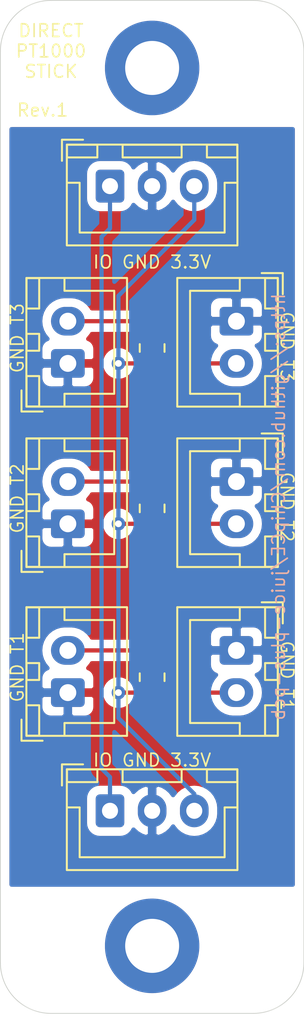
<source format=kicad_pcb>
(kicad_pcb (version 20171130) (host pcbnew 5.1.9+dfsg1-1)

  (general
    (thickness 1.6)
    (drawings 19)
    (tracks 31)
    (zones 0)
    (modules 13)
    (nets 9)
  )

  (page A4)
  (layers
    (0 F.Cu signal)
    (31 B.Cu signal)
    (32 B.Adhes user)
    (33 F.Adhes user)
    (34 B.Paste user)
    (35 F.Paste user)
    (36 B.SilkS user)
    (37 F.SilkS user)
    (38 B.Mask user)
    (39 F.Mask user)
    (40 Dwgs.User user)
    (41 Cmts.User user)
    (42 Eco1.User user)
    (43 Eco2.User user)
    (44 Edge.Cuts user)
    (45 Margin user)
    (46 B.CrtYd user)
    (47 F.CrtYd user)
    (48 B.Fab user)
    (49 F.Fab user)
  )

  (setup
    (last_trace_width 0.25)
    (trace_clearance 0.2)
    (zone_clearance 0.508)
    (zone_45_only no)
    (trace_min 0.2)
    (via_size 0.8)
    (via_drill 0.4)
    (via_min_size 0.4)
    (via_min_drill 0.3)
    (uvia_size 0.3)
    (uvia_drill 0.1)
    (uvias_allowed no)
    (uvia_min_size 0.2)
    (uvia_min_drill 0.1)
    (edge_width 0.05)
    (segment_width 0.2)
    (pcb_text_width 0.3)
    (pcb_text_size 1.5 1.5)
    (mod_edge_width 0.12)
    (mod_text_size 1 1)
    (mod_text_width 0.15)
    (pad_size 1.524 1.524)
    (pad_drill 0.762)
    (pad_to_mask_clearance 0)
    (aux_axis_origin 0 0)
    (visible_elements FFFFFF7F)
    (pcbplotparams
      (layerselection 0x010fc_ffffffff)
      (usegerberextensions true)
      (usegerberattributes false)
      (usegerberadvancedattributes false)
      (creategerberjobfile false)
      (excludeedgelayer true)
      (linewidth 0.100000)
      (plotframeref false)
      (viasonmask false)
      (mode 1)
      (useauxorigin false)
      (hpglpennumber 1)
      (hpglpenspeed 20)
      (hpglpendiameter 15.000000)
      (psnegative false)
      (psa4output false)
      (plotreference true)
      (plotvalue false)
      (plotinvisibletext false)
      (padsonsilk false)
      (subtractmaskfromsilk true)
      (outputformat 1)
      (mirror false)
      (drillshape 0)
      (scaleselection 1)
      (outputdirectory "gerber/"))
  )

  (net 0 "")
  (net 1 GND)
  (net 2 "Net-(J3-Pad2)")
  (net 3 "Net-(J5-Pad2)")
  (net 4 "Net-(J7-Pad2)")
  (net 5 IO)
  (net 6 3.3V)
  (net 7 "Net-(J9-Pad1)")
  (net 8 "Net-(J10-Pad1)")

  (net_class Default "This is the default net class."
    (clearance 0.2)
    (trace_width 0.25)
    (via_dia 0.8)
    (via_drill 0.4)
    (uvia_dia 0.3)
    (uvia_drill 0.1)
    (add_net 3.3V)
    (add_net GND)
    (add_net IO)
    (add_net "Net-(J10-Pad1)")
    (add_net "Net-(J3-Pad2)")
    (add_net "Net-(J5-Pad2)")
    (add_net "Net-(J7-Pad2)")
    (add_net "Net-(J9-Pad1)")
  )

  (module Connector_JST:JST_XH_B3B-XH-A_1x03_P2.50mm_Vertical (layer F.Cu) (tedit 5C28146C) (tstamp 6305A22F)
    (at 107.5 61)
    (descr "JST XH series connector, B3B-XH-A (http://www.jst-mfg.com/product/pdf/eng/eXH.pdf), generated with kicad-footprint-generator")
    (tags "connector JST XH vertical")
    (path /630581B2)
    (fp_text reference J1 (at -4 -2) (layer F.SilkS) hide
      (effects (font (size 1 1) (thickness 0.15)))
    )
    (fp_text value BRIDGE/a (at 2.5 4.6) (layer F.Fab)
      (effects (font (size 1 1) (thickness 0.15)))
    )
    (fp_line (start -2.45 -2.35) (end -2.45 3.4) (layer F.Fab) (width 0.1))
    (fp_line (start -2.45 3.4) (end 7.45 3.4) (layer F.Fab) (width 0.1))
    (fp_line (start 7.45 3.4) (end 7.45 -2.35) (layer F.Fab) (width 0.1))
    (fp_line (start 7.45 -2.35) (end -2.45 -2.35) (layer F.Fab) (width 0.1))
    (fp_line (start -2.56 -2.46) (end -2.56 3.51) (layer F.SilkS) (width 0.12))
    (fp_line (start -2.56 3.51) (end 7.56 3.51) (layer F.SilkS) (width 0.12))
    (fp_line (start 7.56 3.51) (end 7.56 -2.46) (layer F.SilkS) (width 0.12))
    (fp_line (start 7.56 -2.46) (end -2.56 -2.46) (layer F.SilkS) (width 0.12))
    (fp_line (start -2.95 -2.85) (end -2.95 3.9) (layer F.CrtYd) (width 0.05))
    (fp_line (start -2.95 3.9) (end 7.95 3.9) (layer F.CrtYd) (width 0.05))
    (fp_line (start 7.95 3.9) (end 7.95 -2.85) (layer F.CrtYd) (width 0.05))
    (fp_line (start 7.95 -2.85) (end -2.95 -2.85) (layer F.CrtYd) (width 0.05))
    (fp_line (start -0.625 -2.35) (end 0 -1.35) (layer F.Fab) (width 0.1))
    (fp_line (start 0 -1.35) (end 0.625 -2.35) (layer F.Fab) (width 0.1))
    (fp_line (start 0.75 -2.45) (end 0.75 -1.7) (layer F.SilkS) (width 0.12))
    (fp_line (start 0.75 -1.7) (end 4.25 -1.7) (layer F.SilkS) (width 0.12))
    (fp_line (start 4.25 -1.7) (end 4.25 -2.45) (layer F.SilkS) (width 0.12))
    (fp_line (start 4.25 -2.45) (end 0.75 -2.45) (layer F.SilkS) (width 0.12))
    (fp_line (start -2.55 -2.45) (end -2.55 -1.7) (layer F.SilkS) (width 0.12))
    (fp_line (start -2.55 -1.7) (end -0.75 -1.7) (layer F.SilkS) (width 0.12))
    (fp_line (start -0.75 -1.7) (end -0.75 -2.45) (layer F.SilkS) (width 0.12))
    (fp_line (start -0.75 -2.45) (end -2.55 -2.45) (layer F.SilkS) (width 0.12))
    (fp_line (start 5.75 -2.45) (end 5.75 -1.7) (layer F.SilkS) (width 0.12))
    (fp_line (start 5.75 -1.7) (end 7.55 -1.7) (layer F.SilkS) (width 0.12))
    (fp_line (start 7.55 -1.7) (end 7.55 -2.45) (layer F.SilkS) (width 0.12))
    (fp_line (start 7.55 -2.45) (end 5.75 -2.45) (layer F.SilkS) (width 0.12))
    (fp_line (start -2.55 -0.2) (end -1.8 -0.2) (layer F.SilkS) (width 0.12))
    (fp_line (start -1.8 -0.2) (end -1.8 2.75) (layer F.SilkS) (width 0.12))
    (fp_line (start -1.8 2.75) (end 2.5 2.75) (layer F.SilkS) (width 0.12))
    (fp_line (start 7.55 -0.2) (end 6.8 -0.2) (layer F.SilkS) (width 0.12))
    (fp_line (start 6.8 -0.2) (end 6.8 2.75) (layer F.SilkS) (width 0.12))
    (fp_line (start 6.8 2.75) (end 2.5 2.75) (layer F.SilkS) (width 0.12))
    (fp_line (start -1.6 -2.75) (end -2.85 -2.75) (layer F.SilkS) (width 0.12))
    (fp_line (start -2.85 -2.75) (end -2.85 -1.5) (layer F.SilkS) (width 0.12))
    (fp_text user %R (at 2.5 2.7) (layer F.Fab)
      (effects (font (size 1 1) (thickness 0.15)))
    )
    (pad 1 thru_hole roundrect (at 0 0) (size 1.7 1.95) (drill 0.95) (layers *.Cu *.Mask) (roundrect_rratio 0.1470588235294118)
      (net 5 IO))
    (pad 2 thru_hole oval (at 2.5 0) (size 1.7 1.95) (drill 0.95) (layers *.Cu *.Mask)
      (net 1 GND))
    (pad 3 thru_hole oval (at 5 0) (size 1.7 1.95) (drill 0.95) (layers *.Cu *.Mask)
      (net 6 3.3V))
    (model ${KISYS3DMOD}/Connector_JST.3dshapes/JST_XH_B3B-XH-A_1x03_P2.50mm_Vertical.wrl
      (at (xyz 0 0 0))
      (scale (xyz 1 1 1))
      (rotate (xyz 0 0 0))
    )
  )

  (module Connector_JST:JST_XH_B3B-XH-A_1x03_P2.50mm_Vertical (layer F.Cu) (tedit 5C28146C) (tstamp 6305A259)
    (at 107.5 98)
    (descr "JST XH series connector, B3B-XH-A (http://www.jst-mfg.com/product/pdf/eng/eXH.pdf), generated with kicad-footprint-generator")
    (tags "connector JST XH vertical")
    (path /63058BD6)
    (fp_text reference J2 (at -4 -2) (layer F.SilkS) hide
      (effects (font (size 1 1) (thickness 0.15)))
    )
    (fp_text value BRIDGE/b (at 2.5 4.6) (layer F.Fab)
      (effects (font (size 1 1) (thickness 0.15)))
    )
    (fp_line (start -2.85 -2.75) (end -2.85 -1.5) (layer F.SilkS) (width 0.12))
    (fp_line (start -1.6 -2.75) (end -2.85 -2.75) (layer F.SilkS) (width 0.12))
    (fp_line (start 6.8 2.75) (end 2.5 2.75) (layer F.SilkS) (width 0.12))
    (fp_line (start 6.8 -0.2) (end 6.8 2.75) (layer F.SilkS) (width 0.12))
    (fp_line (start 7.55 -0.2) (end 6.8 -0.2) (layer F.SilkS) (width 0.12))
    (fp_line (start -1.8 2.75) (end 2.5 2.75) (layer F.SilkS) (width 0.12))
    (fp_line (start -1.8 -0.2) (end -1.8 2.75) (layer F.SilkS) (width 0.12))
    (fp_line (start -2.55 -0.2) (end -1.8 -0.2) (layer F.SilkS) (width 0.12))
    (fp_line (start 7.55 -2.45) (end 5.75 -2.45) (layer F.SilkS) (width 0.12))
    (fp_line (start 7.55 -1.7) (end 7.55 -2.45) (layer F.SilkS) (width 0.12))
    (fp_line (start 5.75 -1.7) (end 7.55 -1.7) (layer F.SilkS) (width 0.12))
    (fp_line (start 5.75 -2.45) (end 5.75 -1.7) (layer F.SilkS) (width 0.12))
    (fp_line (start -0.75 -2.45) (end -2.55 -2.45) (layer F.SilkS) (width 0.12))
    (fp_line (start -0.75 -1.7) (end -0.75 -2.45) (layer F.SilkS) (width 0.12))
    (fp_line (start -2.55 -1.7) (end -0.75 -1.7) (layer F.SilkS) (width 0.12))
    (fp_line (start -2.55 -2.45) (end -2.55 -1.7) (layer F.SilkS) (width 0.12))
    (fp_line (start 4.25 -2.45) (end 0.75 -2.45) (layer F.SilkS) (width 0.12))
    (fp_line (start 4.25 -1.7) (end 4.25 -2.45) (layer F.SilkS) (width 0.12))
    (fp_line (start 0.75 -1.7) (end 4.25 -1.7) (layer F.SilkS) (width 0.12))
    (fp_line (start 0.75 -2.45) (end 0.75 -1.7) (layer F.SilkS) (width 0.12))
    (fp_line (start 0 -1.35) (end 0.625 -2.35) (layer F.Fab) (width 0.1))
    (fp_line (start -0.625 -2.35) (end 0 -1.35) (layer F.Fab) (width 0.1))
    (fp_line (start 7.95 -2.85) (end -2.95 -2.85) (layer F.CrtYd) (width 0.05))
    (fp_line (start 7.95 3.9) (end 7.95 -2.85) (layer F.CrtYd) (width 0.05))
    (fp_line (start -2.95 3.9) (end 7.95 3.9) (layer F.CrtYd) (width 0.05))
    (fp_line (start -2.95 -2.85) (end -2.95 3.9) (layer F.CrtYd) (width 0.05))
    (fp_line (start 7.56 -2.46) (end -2.56 -2.46) (layer F.SilkS) (width 0.12))
    (fp_line (start 7.56 3.51) (end 7.56 -2.46) (layer F.SilkS) (width 0.12))
    (fp_line (start -2.56 3.51) (end 7.56 3.51) (layer F.SilkS) (width 0.12))
    (fp_line (start -2.56 -2.46) (end -2.56 3.51) (layer F.SilkS) (width 0.12))
    (fp_line (start 7.45 -2.35) (end -2.45 -2.35) (layer F.Fab) (width 0.1))
    (fp_line (start 7.45 3.4) (end 7.45 -2.35) (layer F.Fab) (width 0.1))
    (fp_line (start -2.45 3.4) (end 7.45 3.4) (layer F.Fab) (width 0.1))
    (fp_line (start -2.45 -2.35) (end -2.45 3.4) (layer F.Fab) (width 0.1))
    (fp_text user %R (at 2.5 2.7) (layer F.Fab)
      (effects (font (size 1 1) (thickness 0.15)))
    )
    (pad 3 thru_hole oval (at 5 0) (size 1.7 1.95) (drill 0.95) (layers *.Cu *.Mask)
      (net 6 3.3V))
    (pad 2 thru_hole oval (at 2.5 0) (size 1.7 1.95) (drill 0.95) (layers *.Cu *.Mask)
      (net 1 GND))
    (pad 1 thru_hole roundrect (at 0 0) (size 1.7 1.95) (drill 0.95) (layers *.Cu *.Mask) (roundrect_rratio 0.1470588235294118)
      (net 5 IO))
    (model ${KISYS3DMOD}/Connector_JST.3dshapes/JST_XH_B3B-XH-A_1x03_P2.50mm_Vertical.wrl
      (at (xyz 0 0 0))
      (scale (xyz 1 1 1))
      (rotate (xyz 0 0 0))
    )
  )

  (module Connector_JST:JST_XH_B2B-XH-A_1x02_P2.50mm_Vertical (layer F.Cu) (tedit 5C28146C) (tstamp 6305A282)
    (at 115 88.5 270)
    (descr "JST XH series connector, B2B-XH-A (http://www.jst-mfg.com/product/pdf/eng/eXH.pdf), generated with kicad-footprint-generator")
    (tags "connector JST XH vertical")
    (path /630588E1)
    (fp_text reference J3 (at 4.5 -3.5 90) (layer F.SilkS) hide
      (effects (font (size 1 1) (thickness 0.15)))
    )
    (fp_text value C_TH_1/a (at 1.25 4.6 90) (layer F.Fab)
      (effects (font (size 1 1) (thickness 0.15)))
    )
    (fp_line (start -2.45 -2.35) (end -2.45 3.4) (layer F.Fab) (width 0.1))
    (fp_line (start -2.45 3.4) (end 4.95 3.4) (layer F.Fab) (width 0.1))
    (fp_line (start 4.95 3.4) (end 4.95 -2.35) (layer F.Fab) (width 0.1))
    (fp_line (start 4.95 -2.35) (end -2.45 -2.35) (layer F.Fab) (width 0.1))
    (fp_line (start -2.56 -2.46) (end -2.56 3.51) (layer F.SilkS) (width 0.12))
    (fp_line (start -2.56 3.51) (end 5.06 3.51) (layer F.SilkS) (width 0.12))
    (fp_line (start 5.06 3.51) (end 5.06 -2.46) (layer F.SilkS) (width 0.12))
    (fp_line (start 5.06 -2.46) (end -2.56 -2.46) (layer F.SilkS) (width 0.12))
    (fp_line (start -2.95 -2.85) (end -2.95 3.9) (layer F.CrtYd) (width 0.05))
    (fp_line (start -2.95 3.9) (end 5.45 3.9) (layer F.CrtYd) (width 0.05))
    (fp_line (start 5.45 3.9) (end 5.45 -2.85) (layer F.CrtYd) (width 0.05))
    (fp_line (start 5.45 -2.85) (end -2.95 -2.85) (layer F.CrtYd) (width 0.05))
    (fp_line (start -0.625 -2.35) (end 0 -1.35) (layer F.Fab) (width 0.1))
    (fp_line (start 0 -1.35) (end 0.625 -2.35) (layer F.Fab) (width 0.1))
    (fp_line (start 0.75 -2.45) (end 0.75 -1.7) (layer F.SilkS) (width 0.12))
    (fp_line (start 0.75 -1.7) (end 1.75 -1.7) (layer F.SilkS) (width 0.12))
    (fp_line (start 1.75 -1.7) (end 1.75 -2.45) (layer F.SilkS) (width 0.12))
    (fp_line (start 1.75 -2.45) (end 0.75 -2.45) (layer F.SilkS) (width 0.12))
    (fp_line (start -2.55 -2.45) (end -2.55 -1.7) (layer F.SilkS) (width 0.12))
    (fp_line (start -2.55 -1.7) (end -0.75 -1.7) (layer F.SilkS) (width 0.12))
    (fp_line (start -0.75 -1.7) (end -0.75 -2.45) (layer F.SilkS) (width 0.12))
    (fp_line (start -0.75 -2.45) (end -2.55 -2.45) (layer F.SilkS) (width 0.12))
    (fp_line (start 3.25 -2.45) (end 3.25 -1.7) (layer F.SilkS) (width 0.12))
    (fp_line (start 3.25 -1.7) (end 5.05 -1.7) (layer F.SilkS) (width 0.12))
    (fp_line (start 5.05 -1.7) (end 5.05 -2.45) (layer F.SilkS) (width 0.12))
    (fp_line (start 5.05 -2.45) (end 3.25 -2.45) (layer F.SilkS) (width 0.12))
    (fp_line (start -2.55 -0.2) (end -1.8 -0.2) (layer F.SilkS) (width 0.12))
    (fp_line (start -1.8 -0.2) (end -1.8 2.75) (layer F.SilkS) (width 0.12))
    (fp_line (start -1.8 2.75) (end 1.25 2.75) (layer F.SilkS) (width 0.12))
    (fp_line (start 5.05 -0.2) (end 4.3 -0.2) (layer F.SilkS) (width 0.12))
    (fp_line (start 4.3 -0.2) (end 4.3 2.75) (layer F.SilkS) (width 0.12))
    (fp_line (start 4.3 2.75) (end 1.25 2.75) (layer F.SilkS) (width 0.12))
    (fp_line (start -1.6 -2.75) (end -2.85 -2.75) (layer F.SilkS) (width 0.12))
    (fp_line (start -2.85 -2.75) (end -2.85 -1.5) (layer F.SilkS) (width 0.12))
    (fp_text user %R (at 1.25 2.7 90) (layer F.Fab)
      (effects (font (size 1 1) (thickness 0.15)))
    )
    (pad 1 thru_hole roundrect (at 0 0 270) (size 1.7 2) (drill 1) (layers *.Cu *.Mask) (roundrect_rratio 0.1470588235294118)
      (net 1 GND))
    (pad 2 thru_hole oval (at 2.5 0 270) (size 1.7 2) (drill 1) (layers *.Cu *.Mask)
      (net 2 "Net-(J3-Pad2)"))
    (model ${KISYS3DMOD}/Connector_JST.3dshapes/JST_XH_B2B-XH-A_1x02_P2.50mm_Vertical.wrl
      (at (xyz 0 0 0))
      (scale (xyz 1 1 1))
      (rotate (xyz 0 0 0))
    )
  )

  (module Connector_JST:JST_XH_B2B-XH-A_1x02_P2.50mm_Vertical (layer F.Cu) (tedit 5C28146C) (tstamp 6305A2AB)
    (at 105 91 90)
    (descr "JST XH series connector, B2B-XH-A (http://www.jst-mfg.com/product/pdf/eng/eXH.pdf), generated with kicad-footprint-generator")
    (tags "connector JST XH vertical")
    (path /6305E370)
    (fp_text reference J4 (at -2 -3.5 90) (layer F.SilkS) hide
      (effects (font (size 1 1) (thickness 0.15)))
    )
    (fp_text value C_TH_1/a (at 1.25 4.6 90) (layer F.Fab)
      (effects (font (size 1 1) (thickness 0.15)))
    )
    (fp_line (start -2.85 -2.75) (end -2.85 -1.5) (layer F.SilkS) (width 0.12))
    (fp_line (start -1.6 -2.75) (end -2.85 -2.75) (layer F.SilkS) (width 0.12))
    (fp_line (start 4.3 2.75) (end 1.25 2.75) (layer F.SilkS) (width 0.12))
    (fp_line (start 4.3 -0.2) (end 4.3 2.75) (layer F.SilkS) (width 0.12))
    (fp_line (start 5.05 -0.2) (end 4.3 -0.2) (layer F.SilkS) (width 0.12))
    (fp_line (start -1.8 2.75) (end 1.25 2.75) (layer F.SilkS) (width 0.12))
    (fp_line (start -1.8 -0.2) (end -1.8 2.75) (layer F.SilkS) (width 0.12))
    (fp_line (start -2.55 -0.2) (end -1.8 -0.2) (layer F.SilkS) (width 0.12))
    (fp_line (start 5.05 -2.45) (end 3.25 -2.45) (layer F.SilkS) (width 0.12))
    (fp_line (start 5.05 -1.7) (end 5.05 -2.45) (layer F.SilkS) (width 0.12))
    (fp_line (start 3.25 -1.7) (end 5.05 -1.7) (layer F.SilkS) (width 0.12))
    (fp_line (start 3.25 -2.45) (end 3.25 -1.7) (layer F.SilkS) (width 0.12))
    (fp_line (start -0.75 -2.45) (end -2.55 -2.45) (layer F.SilkS) (width 0.12))
    (fp_line (start -0.75 -1.7) (end -0.75 -2.45) (layer F.SilkS) (width 0.12))
    (fp_line (start -2.55 -1.7) (end -0.75 -1.7) (layer F.SilkS) (width 0.12))
    (fp_line (start -2.55 -2.45) (end -2.55 -1.7) (layer F.SilkS) (width 0.12))
    (fp_line (start 1.75 -2.45) (end 0.75 -2.45) (layer F.SilkS) (width 0.12))
    (fp_line (start 1.75 -1.7) (end 1.75 -2.45) (layer F.SilkS) (width 0.12))
    (fp_line (start 0.75 -1.7) (end 1.75 -1.7) (layer F.SilkS) (width 0.12))
    (fp_line (start 0.75 -2.45) (end 0.75 -1.7) (layer F.SilkS) (width 0.12))
    (fp_line (start 0 -1.35) (end 0.625 -2.35) (layer F.Fab) (width 0.1))
    (fp_line (start -0.625 -2.35) (end 0 -1.35) (layer F.Fab) (width 0.1))
    (fp_line (start 5.45 -2.85) (end -2.95 -2.85) (layer F.CrtYd) (width 0.05))
    (fp_line (start 5.45 3.9) (end 5.45 -2.85) (layer F.CrtYd) (width 0.05))
    (fp_line (start -2.95 3.9) (end 5.45 3.9) (layer F.CrtYd) (width 0.05))
    (fp_line (start -2.95 -2.85) (end -2.95 3.9) (layer F.CrtYd) (width 0.05))
    (fp_line (start 5.06 -2.46) (end -2.56 -2.46) (layer F.SilkS) (width 0.12))
    (fp_line (start 5.06 3.51) (end 5.06 -2.46) (layer F.SilkS) (width 0.12))
    (fp_line (start -2.56 3.51) (end 5.06 3.51) (layer F.SilkS) (width 0.12))
    (fp_line (start -2.56 -2.46) (end -2.56 3.51) (layer F.SilkS) (width 0.12))
    (fp_line (start 4.95 -2.35) (end -2.45 -2.35) (layer F.Fab) (width 0.1))
    (fp_line (start 4.95 3.4) (end 4.95 -2.35) (layer F.Fab) (width 0.1))
    (fp_line (start -2.45 3.4) (end 4.95 3.4) (layer F.Fab) (width 0.1))
    (fp_line (start -2.45 -2.35) (end -2.45 3.4) (layer F.Fab) (width 0.1))
    (fp_text user %R (at 1.25 2.7 90) (layer F.Fab)
      (effects (font (size 1 1) (thickness 0.15)))
    )
    (pad 2 thru_hole oval (at 2.5 0 90) (size 1.7 2) (drill 1) (layers *.Cu *.Mask)
      (net 2 "Net-(J3-Pad2)"))
    (pad 1 thru_hole roundrect (at 0 0 90) (size 1.7 2) (drill 1) (layers *.Cu *.Mask) (roundrect_rratio 0.1470588235294118)
      (net 1 GND))
    (model ${KISYS3DMOD}/Connector_JST.3dshapes/JST_XH_B2B-XH-A_1x02_P2.50mm_Vertical.wrl
      (at (xyz 0 0 0))
      (scale (xyz 1 1 1))
      (rotate (xyz 0 0 0))
    )
  )

  (module Connector_JST:JST_XH_B2B-XH-A_1x02_P2.50mm_Vertical (layer F.Cu) (tedit 5C28146C) (tstamp 6305A2D4)
    (at 105 81 90)
    (descr "JST XH series connector, B2B-XH-A (http://www.jst-mfg.com/product/pdf/eng/eXH.pdf), generated with kicad-footprint-generator")
    (tags "connector JST XH vertical")
    (path /6305E897)
    (fp_text reference J5 (at -2 -3.5 90) (layer F.SilkS) hide
      (effects (font (size 1 1) (thickness 0.15)))
    )
    (fp_text value C_TH_2/a (at 1.25 4.6 90) (layer F.Fab)
      (effects (font (size 1 1) (thickness 0.15)))
    )
    (fp_line (start -2.45 -2.35) (end -2.45 3.4) (layer F.Fab) (width 0.1))
    (fp_line (start -2.45 3.4) (end 4.95 3.4) (layer F.Fab) (width 0.1))
    (fp_line (start 4.95 3.4) (end 4.95 -2.35) (layer F.Fab) (width 0.1))
    (fp_line (start 4.95 -2.35) (end -2.45 -2.35) (layer F.Fab) (width 0.1))
    (fp_line (start -2.56 -2.46) (end -2.56 3.51) (layer F.SilkS) (width 0.12))
    (fp_line (start -2.56 3.51) (end 5.06 3.51) (layer F.SilkS) (width 0.12))
    (fp_line (start 5.06 3.51) (end 5.06 -2.46) (layer F.SilkS) (width 0.12))
    (fp_line (start 5.06 -2.46) (end -2.56 -2.46) (layer F.SilkS) (width 0.12))
    (fp_line (start -2.95 -2.85) (end -2.95 3.9) (layer F.CrtYd) (width 0.05))
    (fp_line (start -2.95 3.9) (end 5.45 3.9) (layer F.CrtYd) (width 0.05))
    (fp_line (start 5.45 3.9) (end 5.45 -2.85) (layer F.CrtYd) (width 0.05))
    (fp_line (start 5.45 -2.85) (end -2.95 -2.85) (layer F.CrtYd) (width 0.05))
    (fp_line (start -0.625 -2.35) (end 0 -1.35) (layer F.Fab) (width 0.1))
    (fp_line (start 0 -1.35) (end 0.625 -2.35) (layer F.Fab) (width 0.1))
    (fp_line (start 0.75 -2.45) (end 0.75 -1.7) (layer F.SilkS) (width 0.12))
    (fp_line (start 0.75 -1.7) (end 1.75 -1.7) (layer F.SilkS) (width 0.12))
    (fp_line (start 1.75 -1.7) (end 1.75 -2.45) (layer F.SilkS) (width 0.12))
    (fp_line (start 1.75 -2.45) (end 0.75 -2.45) (layer F.SilkS) (width 0.12))
    (fp_line (start -2.55 -2.45) (end -2.55 -1.7) (layer F.SilkS) (width 0.12))
    (fp_line (start -2.55 -1.7) (end -0.75 -1.7) (layer F.SilkS) (width 0.12))
    (fp_line (start -0.75 -1.7) (end -0.75 -2.45) (layer F.SilkS) (width 0.12))
    (fp_line (start -0.75 -2.45) (end -2.55 -2.45) (layer F.SilkS) (width 0.12))
    (fp_line (start 3.25 -2.45) (end 3.25 -1.7) (layer F.SilkS) (width 0.12))
    (fp_line (start 3.25 -1.7) (end 5.05 -1.7) (layer F.SilkS) (width 0.12))
    (fp_line (start 5.05 -1.7) (end 5.05 -2.45) (layer F.SilkS) (width 0.12))
    (fp_line (start 5.05 -2.45) (end 3.25 -2.45) (layer F.SilkS) (width 0.12))
    (fp_line (start -2.55 -0.2) (end -1.8 -0.2) (layer F.SilkS) (width 0.12))
    (fp_line (start -1.8 -0.2) (end -1.8 2.75) (layer F.SilkS) (width 0.12))
    (fp_line (start -1.8 2.75) (end 1.25 2.75) (layer F.SilkS) (width 0.12))
    (fp_line (start 5.05 -0.2) (end 4.3 -0.2) (layer F.SilkS) (width 0.12))
    (fp_line (start 4.3 -0.2) (end 4.3 2.75) (layer F.SilkS) (width 0.12))
    (fp_line (start 4.3 2.75) (end 1.25 2.75) (layer F.SilkS) (width 0.12))
    (fp_line (start -1.6 -2.75) (end -2.85 -2.75) (layer F.SilkS) (width 0.12))
    (fp_line (start -2.85 -2.75) (end -2.85 -1.5) (layer F.SilkS) (width 0.12))
    (fp_text user %R (at 1.25 2.7 90) (layer F.Fab)
      (effects (font (size 1 1) (thickness 0.15)))
    )
    (pad 1 thru_hole roundrect (at 0 0 90) (size 1.7 2) (drill 1) (layers *.Cu *.Mask) (roundrect_rratio 0.1470588235294118)
      (net 1 GND))
    (pad 2 thru_hole oval (at 2.5 0 90) (size 1.7 2) (drill 1) (layers *.Cu *.Mask)
      (net 3 "Net-(J5-Pad2)"))
    (model ${KISYS3DMOD}/Connector_JST.3dshapes/JST_XH_B2B-XH-A_1x02_P2.50mm_Vertical.wrl
      (at (xyz 0 0 0))
      (scale (xyz 1 1 1))
      (rotate (xyz 0 0 0))
    )
  )

  (module Connector_JST:JST_XH_B2B-XH-A_1x02_P2.50mm_Vertical (layer F.Cu) (tedit 5C28146C) (tstamp 6305A2FD)
    (at 115 78.5 270)
    (descr "JST XH series connector, B2B-XH-A (http://www.jst-mfg.com/product/pdf/eng/eXH.pdf), generated with kicad-footprint-generator")
    (tags "connector JST XH vertical")
    (path /6305EBEC)
    (fp_text reference J6 (at 4.5 -3.5 90) (layer F.SilkS) hide
      (effects (font (size 1 1) (thickness 0.15)))
    )
    (fp_text value C_TH_2/a (at 1.25 4.6 90) (layer F.Fab)
      (effects (font (size 1 1) (thickness 0.15)))
    )
    (fp_line (start -2.85 -2.75) (end -2.85 -1.5) (layer F.SilkS) (width 0.12))
    (fp_line (start -1.6 -2.75) (end -2.85 -2.75) (layer F.SilkS) (width 0.12))
    (fp_line (start 4.3 2.75) (end 1.25 2.75) (layer F.SilkS) (width 0.12))
    (fp_line (start 4.3 -0.2) (end 4.3 2.75) (layer F.SilkS) (width 0.12))
    (fp_line (start 5.05 -0.2) (end 4.3 -0.2) (layer F.SilkS) (width 0.12))
    (fp_line (start -1.8 2.75) (end 1.25 2.75) (layer F.SilkS) (width 0.12))
    (fp_line (start -1.8 -0.2) (end -1.8 2.75) (layer F.SilkS) (width 0.12))
    (fp_line (start -2.55 -0.2) (end -1.8 -0.2) (layer F.SilkS) (width 0.12))
    (fp_line (start 5.05 -2.45) (end 3.25 -2.45) (layer F.SilkS) (width 0.12))
    (fp_line (start 5.05 -1.7) (end 5.05 -2.45) (layer F.SilkS) (width 0.12))
    (fp_line (start 3.25 -1.7) (end 5.05 -1.7) (layer F.SilkS) (width 0.12))
    (fp_line (start 3.25 -2.45) (end 3.25 -1.7) (layer F.SilkS) (width 0.12))
    (fp_line (start -0.75 -2.45) (end -2.55 -2.45) (layer F.SilkS) (width 0.12))
    (fp_line (start -0.75 -1.7) (end -0.75 -2.45) (layer F.SilkS) (width 0.12))
    (fp_line (start -2.55 -1.7) (end -0.75 -1.7) (layer F.SilkS) (width 0.12))
    (fp_line (start -2.55 -2.45) (end -2.55 -1.7) (layer F.SilkS) (width 0.12))
    (fp_line (start 1.75 -2.45) (end 0.75 -2.45) (layer F.SilkS) (width 0.12))
    (fp_line (start 1.75 -1.7) (end 1.75 -2.45) (layer F.SilkS) (width 0.12))
    (fp_line (start 0.75 -1.7) (end 1.75 -1.7) (layer F.SilkS) (width 0.12))
    (fp_line (start 0.75 -2.45) (end 0.75 -1.7) (layer F.SilkS) (width 0.12))
    (fp_line (start 0 -1.35) (end 0.625 -2.35) (layer F.Fab) (width 0.1))
    (fp_line (start -0.625 -2.35) (end 0 -1.35) (layer F.Fab) (width 0.1))
    (fp_line (start 5.45 -2.85) (end -2.95 -2.85) (layer F.CrtYd) (width 0.05))
    (fp_line (start 5.45 3.9) (end 5.45 -2.85) (layer F.CrtYd) (width 0.05))
    (fp_line (start -2.95 3.9) (end 5.45 3.9) (layer F.CrtYd) (width 0.05))
    (fp_line (start -2.95 -2.85) (end -2.95 3.9) (layer F.CrtYd) (width 0.05))
    (fp_line (start 5.06 -2.46) (end -2.56 -2.46) (layer F.SilkS) (width 0.12))
    (fp_line (start 5.06 3.51) (end 5.06 -2.46) (layer F.SilkS) (width 0.12))
    (fp_line (start -2.56 3.51) (end 5.06 3.51) (layer F.SilkS) (width 0.12))
    (fp_line (start -2.56 -2.46) (end -2.56 3.51) (layer F.SilkS) (width 0.12))
    (fp_line (start 4.95 -2.35) (end -2.45 -2.35) (layer F.Fab) (width 0.1))
    (fp_line (start 4.95 3.4) (end 4.95 -2.35) (layer F.Fab) (width 0.1))
    (fp_line (start -2.45 3.4) (end 4.95 3.4) (layer F.Fab) (width 0.1))
    (fp_line (start -2.45 -2.35) (end -2.45 3.4) (layer F.Fab) (width 0.1))
    (fp_text user %R (at 1.25 2.7 90) (layer F.Fab)
      (effects (font (size 1 1) (thickness 0.15)))
    )
    (pad 2 thru_hole oval (at 2.5 0 270) (size 1.7 2) (drill 1) (layers *.Cu *.Mask)
      (net 3 "Net-(J5-Pad2)"))
    (pad 1 thru_hole roundrect (at 0 0 270) (size 1.7 2) (drill 1) (layers *.Cu *.Mask) (roundrect_rratio 0.1470588235294118)
      (net 1 GND))
    (model ${KISYS3DMOD}/Connector_JST.3dshapes/JST_XH_B2B-XH-A_1x02_P2.50mm_Vertical.wrl
      (at (xyz 0 0 0))
      (scale (xyz 1 1 1))
      (rotate (xyz 0 0 0))
    )
  )

  (module Connector_JST:JST_XH_B2B-XH-A_1x02_P2.50mm_Vertical (layer F.Cu) (tedit 5C28146C) (tstamp 6305A326)
    (at 115 69 270)
    (descr "JST XH series connector, B2B-XH-A (http://www.jst-mfg.com/product/pdf/eng/eXH.pdf), generated with kicad-footprint-generator")
    (tags "connector JST XH vertical")
    (path /6305F798)
    (fp_text reference J7 (at 4.5 -3.5 90) (layer F.SilkS) hide
      (effects (font (size 1 1) (thickness 0.15)))
    )
    (fp_text value C_TH_3/a (at 1.25 4.6 90) (layer F.Fab)
      (effects (font (size 1 1) (thickness 0.15)))
    )
    (fp_line (start -2.45 -2.35) (end -2.45 3.4) (layer F.Fab) (width 0.1))
    (fp_line (start -2.45 3.4) (end 4.95 3.4) (layer F.Fab) (width 0.1))
    (fp_line (start 4.95 3.4) (end 4.95 -2.35) (layer F.Fab) (width 0.1))
    (fp_line (start 4.95 -2.35) (end -2.45 -2.35) (layer F.Fab) (width 0.1))
    (fp_line (start -2.56 -2.46) (end -2.56 3.51) (layer F.SilkS) (width 0.12))
    (fp_line (start -2.56 3.51) (end 5.06 3.51) (layer F.SilkS) (width 0.12))
    (fp_line (start 5.06 3.51) (end 5.06 -2.46) (layer F.SilkS) (width 0.12))
    (fp_line (start 5.06 -2.46) (end -2.56 -2.46) (layer F.SilkS) (width 0.12))
    (fp_line (start -2.95 -2.85) (end -2.95 3.9) (layer F.CrtYd) (width 0.05))
    (fp_line (start -2.95 3.9) (end 5.45 3.9) (layer F.CrtYd) (width 0.05))
    (fp_line (start 5.45 3.9) (end 5.45 -2.85) (layer F.CrtYd) (width 0.05))
    (fp_line (start 5.45 -2.85) (end -2.95 -2.85) (layer F.CrtYd) (width 0.05))
    (fp_line (start -0.625 -2.35) (end 0 -1.35) (layer F.Fab) (width 0.1))
    (fp_line (start 0 -1.35) (end 0.625 -2.35) (layer F.Fab) (width 0.1))
    (fp_line (start 0.75 -2.45) (end 0.75 -1.7) (layer F.SilkS) (width 0.12))
    (fp_line (start 0.75 -1.7) (end 1.75 -1.7) (layer F.SilkS) (width 0.12))
    (fp_line (start 1.75 -1.7) (end 1.75 -2.45) (layer F.SilkS) (width 0.12))
    (fp_line (start 1.75 -2.45) (end 0.75 -2.45) (layer F.SilkS) (width 0.12))
    (fp_line (start -2.55 -2.45) (end -2.55 -1.7) (layer F.SilkS) (width 0.12))
    (fp_line (start -2.55 -1.7) (end -0.75 -1.7) (layer F.SilkS) (width 0.12))
    (fp_line (start -0.75 -1.7) (end -0.75 -2.45) (layer F.SilkS) (width 0.12))
    (fp_line (start -0.75 -2.45) (end -2.55 -2.45) (layer F.SilkS) (width 0.12))
    (fp_line (start 3.25 -2.45) (end 3.25 -1.7) (layer F.SilkS) (width 0.12))
    (fp_line (start 3.25 -1.7) (end 5.05 -1.7) (layer F.SilkS) (width 0.12))
    (fp_line (start 5.05 -1.7) (end 5.05 -2.45) (layer F.SilkS) (width 0.12))
    (fp_line (start 5.05 -2.45) (end 3.25 -2.45) (layer F.SilkS) (width 0.12))
    (fp_line (start -2.55 -0.2) (end -1.8 -0.2) (layer F.SilkS) (width 0.12))
    (fp_line (start -1.8 -0.2) (end -1.8 2.75) (layer F.SilkS) (width 0.12))
    (fp_line (start -1.8 2.75) (end 1.25 2.75) (layer F.SilkS) (width 0.12))
    (fp_line (start 5.05 -0.2) (end 4.3 -0.2) (layer F.SilkS) (width 0.12))
    (fp_line (start 4.3 -0.2) (end 4.3 2.75) (layer F.SilkS) (width 0.12))
    (fp_line (start 4.3 2.75) (end 1.25 2.75) (layer F.SilkS) (width 0.12))
    (fp_line (start -1.6 -2.75) (end -2.85 -2.75) (layer F.SilkS) (width 0.12))
    (fp_line (start -2.85 -2.75) (end -2.85 -1.5) (layer F.SilkS) (width 0.12))
    (fp_text user %R (at 1.25 2.7 90) (layer F.Fab)
      (effects (font (size 1 1) (thickness 0.15)))
    )
    (pad 1 thru_hole roundrect (at 0 0 270) (size 1.7 2) (drill 1) (layers *.Cu *.Mask) (roundrect_rratio 0.1470588235294118)
      (net 1 GND))
    (pad 2 thru_hole oval (at 2.5 0 270) (size 1.7 2) (drill 1) (layers *.Cu *.Mask)
      (net 4 "Net-(J7-Pad2)"))
    (model ${KISYS3DMOD}/Connector_JST.3dshapes/JST_XH_B2B-XH-A_1x02_P2.50mm_Vertical.wrl
      (at (xyz 0 0 0))
      (scale (xyz 1 1 1))
      (rotate (xyz 0 0 0))
    )
  )

  (module Connector_JST:JST_XH_B2B-XH-A_1x02_P2.50mm_Vertical (layer F.Cu) (tedit 5C28146C) (tstamp 6305A34F)
    (at 105 71.5 90)
    (descr "JST XH series connector, B2B-XH-A (http://www.jst-mfg.com/product/pdf/eng/eXH.pdf), generated with kicad-footprint-generator")
    (tags "connector JST XH vertical")
    (path /6305FC7D)
    (fp_text reference J8 (at -2 -3.55 90) (layer F.SilkS) hide
      (effects (font (size 1 1) (thickness 0.15)))
    )
    (fp_text value C_TH_3/a (at 1.25 4.6 90) (layer F.Fab)
      (effects (font (size 1 1) (thickness 0.15)))
    )
    (fp_line (start -2.85 -2.75) (end -2.85 -1.5) (layer F.SilkS) (width 0.12))
    (fp_line (start -1.6 -2.75) (end -2.85 -2.75) (layer F.SilkS) (width 0.12))
    (fp_line (start 4.3 2.75) (end 1.25 2.75) (layer F.SilkS) (width 0.12))
    (fp_line (start 4.3 -0.2) (end 4.3 2.75) (layer F.SilkS) (width 0.12))
    (fp_line (start 5.05 -0.2) (end 4.3 -0.2) (layer F.SilkS) (width 0.12))
    (fp_line (start -1.8 2.75) (end 1.25 2.75) (layer F.SilkS) (width 0.12))
    (fp_line (start -1.8 -0.2) (end -1.8 2.75) (layer F.SilkS) (width 0.12))
    (fp_line (start -2.55 -0.2) (end -1.8 -0.2) (layer F.SilkS) (width 0.12))
    (fp_line (start 5.05 -2.45) (end 3.25 -2.45) (layer F.SilkS) (width 0.12))
    (fp_line (start 5.05 -1.7) (end 5.05 -2.45) (layer F.SilkS) (width 0.12))
    (fp_line (start 3.25 -1.7) (end 5.05 -1.7) (layer F.SilkS) (width 0.12))
    (fp_line (start 3.25 -2.45) (end 3.25 -1.7) (layer F.SilkS) (width 0.12))
    (fp_line (start -0.75 -2.45) (end -2.55 -2.45) (layer F.SilkS) (width 0.12))
    (fp_line (start -0.75 -1.7) (end -0.75 -2.45) (layer F.SilkS) (width 0.12))
    (fp_line (start -2.55 -1.7) (end -0.75 -1.7) (layer F.SilkS) (width 0.12))
    (fp_line (start -2.55 -2.45) (end -2.55 -1.7) (layer F.SilkS) (width 0.12))
    (fp_line (start 1.75 -2.45) (end 0.75 -2.45) (layer F.SilkS) (width 0.12))
    (fp_line (start 1.75 -1.7) (end 1.75 -2.45) (layer F.SilkS) (width 0.12))
    (fp_line (start 0.75 -1.7) (end 1.75 -1.7) (layer F.SilkS) (width 0.12))
    (fp_line (start 0.75 -2.45) (end 0.75 -1.7) (layer F.SilkS) (width 0.12))
    (fp_line (start 0 -1.35) (end 0.625 -2.35) (layer F.Fab) (width 0.1))
    (fp_line (start -0.625 -2.35) (end 0 -1.35) (layer F.Fab) (width 0.1))
    (fp_line (start 5.45 -2.85) (end -2.95 -2.85) (layer F.CrtYd) (width 0.05))
    (fp_line (start 5.45 3.9) (end 5.45 -2.85) (layer F.CrtYd) (width 0.05))
    (fp_line (start -2.95 3.9) (end 5.45 3.9) (layer F.CrtYd) (width 0.05))
    (fp_line (start -2.95 -2.85) (end -2.95 3.9) (layer F.CrtYd) (width 0.05))
    (fp_line (start 5.06 -2.46) (end -2.56 -2.46) (layer F.SilkS) (width 0.12))
    (fp_line (start 5.06 3.51) (end 5.06 -2.46) (layer F.SilkS) (width 0.12))
    (fp_line (start -2.56 3.51) (end 5.06 3.51) (layer F.SilkS) (width 0.12))
    (fp_line (start -2.56 -2.46) (end -2.56 3.51) (layer F.SilkS) (width 0.12))
    (fp_line (start 4.95 -2.35) (end -2.45 -2.35) (layer F.Fab) (width 0.1))
    (fp_line (start 4.95 3.4) (end 4.95 -2.35) (layer F.Fab) (width 0.1))
    (fp_line (start -2.45 3.4) (end 4.95 3.4) (layer F.Fab) (width 0.1))
    (fp_line (start -2.45 -2.35) (end -2.45 3.4) (layer F.Fab) (width 0.1))
    (fp_text user %R (at 1.25 2.7 90) (layer F.Fab)
      (effects (font (size 1 1) (thickness 0.15)))
    )
    (pad 2 thru_hole oval (at 2.5 0 90) (size 1.7 2) (drill 1) (layers *.Cu *.Mask)
      (net 4 "Net-(J7-Pad2)"))
    (pad 1 thru_hole roundrect (at 0 0 90) (size 1.7 2) (drill 1) (layers *.Cu *.Mask) (roundrect_rratio 0.1470588235294118)
      (net 1 GND))
    (model ${KISYS3DMOD}/Connector_JST.3dshapes/JST_XH_B2B-XH-A_1x02_P2.50mm_Vertical.wrl
      (at (xyz 0 0 0))
      (scale (xyz 1 1 1))
      (rotate (xyz 0 0 0))
    )
  )

  (module Resistor_SMD:R_0805_2012Metric (layer F.Cu) (tedit 5F68FEEE) (tstamp 6305A360)
    (at 110 90.0875 90)
    (descr "Resistor SMD 0805 (2012 Metric), square (rectangular) end terminal, IPC_7351 nominal, (Body size source: IPC-SM-782 page 72, https://www.pcb-3d.com/wordpress/wp-content/uploads/ipc-sm-782a_amendment_1_and_2.pdf), generated with kicad-footprint-generator")
    (tags resistor)
    (path /63061F5C)
    (attr smd)
    (fp_text reference R1 (at 3.0875 0 90) (layer F.SilkS) hide
      (effects (font (size 1 1) (thickness 0.15)))
    )
    (fp_text value 1K5 (at 0 1.65 90) (layer F.Fab)
      (effects (font (size 1 1) (thickness 0.15)))
    )
    (fp_line (start -1 0.625) (end -1 -0.625) (layer F.Fab) (width 0.1))
    (fp_line (start -1 -0.625) (end 1 -0.625) (layer F.Fab) (width 0.1))
    (fp_line (start 1 -0.625) (end 1 0.625) (layer F.Fab) (width 0.1))
    (fp_line (start 1 0.625) (end -1 0.625) (layer F.Fab) (width 0.1))
    (fp_line (start -0.227064 -0.735) (end 0.227064 -0.735) (layer F.SilkS) (width 0.12))
    (fp_line (start -0.227064 0.735) (end 0.227064 0.735) (layer F.SilkS) (width 0.12))
    (fp_line (start -1.68 0.95) (end -1.68 -0.95) (layer F.CrtYd) (width 0.05))
    (fp_line (start -1.68 -0.95) (end 1.68 -0.95) (layer F.CrtYd) (width 0.05))
    (fp_line (start 1.68 -0.95) (end 1.68 0.95) (layer F.CrtYd) (width 0.05))
    (fp_line (start 1.68 0.95) (end -1.68 0.95) (layer F.CrtYd) (width 0.05))
    (fp_text user %R (at 0 0 90) (layer F.Fab)
      (effects (font (size 0.5 0.5) (thickness 0.08)))
    )
    (pad 1 smd roundrect (at -0.9125 0 90) (size 1.025 1.4) (layers F.Cu F.Paste F.Mask) (roundrect_rratio 0.2439014634146341)
      (net 6 3.3V))
    (pad 2 smd roundrect (at 0.9125 0 90) (size 1.025 1.4) (layers F.Cu F.Paste F.Mask) (roundrect_rratio 0.2439014634146341)
      (net 2 "Net-(J3-Pad2)"))
    (model ${KISYS3DMOD}/Resistor_SMD.3dshapes/R_0805_2012Metric.wrl
      (at (xyz 0 0 0))
      (scale (xyz 1 1 1))
      (rotate (xyz 0 0 0))
    )
  )

  (module Resistor_SMD:R_0805_2012Metric (layer F.Cu) (tedit 5F68FEEE) (tstamp 6305A371)
    (at 110 80.0875 90)
    (descr "Resistor SMD 0805 (2012 Metric), square (rectangular) end terminal, IPC_7351 nominal, (Body size source: IPC-SM-782 page 72, https://www.pcb-3d.com/wordpress/wp-content/uploads/ipc-sm-782a_amendment_1_and_2.pdf), generated with kicad-footprint-generator")
    (tags resistor)
    (path /6306E5EF)
    (attr smd)
    (fp_text reference R2 (at 3.0875 0 90) (layer F.SilkS) hide
      (effects (font (size 1 1) (thickness 0.15)))
    )
    (fp_text value 1K5 (at 0 1.65 90) (layer F.Fab)
      (effects (font (size 1 1) (thickness 0.15)))
    )
    (fp_line (start 1.68 0.95) (end -1.68 0.95) (layer F.CrtYd) (width 0.05))
    (fp_line (start 1.68 -0.95) (end 1.68 0.95) (layer F.CrtYd) (width 0.05))
    (fp_line (start -1.68 -0.95) (end 1.68 -0.95) (layer F.CrtYd) (width 0.05))
    (fp_line (start -1.68 0.95) (end -1.68 -0.95) (layer F.CrtYd) (width 0.05))
    (fp_line (start -0.227064 0.735) (end 0.227064 0.735) (layer F.SilkS) (width 0.12))
    (fp_line (start -0.227064 -0.735) (end 0.227064 -0.735) (layer F.SilkS) (width 0.12))
    (fp_line (start 1 0.625) (end -1 0.625) (layer F.Fab) (width 0.1))
    (fp_line (start 1 -0.625) (end 1 0.625) (layer F.Fab) (width 0.1))
    (fp_line (start -1 -0.625) (end 1 -0.625) (layer F.Fab) (width 0.1))
    (fp_line (start -1 0.625) (end -1 -0.625) (layer F.Fab) (width 0.1))
    (fp_text user %R (at 0 0 90) (layer F.Fab)
      (effects (font (size 0.5 0.5) (thickness 0.08)))
    )
    (pad 2 smd roundrect (at 0.9125 0 90) (size 1.025 1.4) (layers F.Cu F.Paste F.Mask) (roundrect_rratio 0.2439014634146341)
      (net 3 "Net-(J5-Pad2)"))
    (pad 1 smd roundrect (at -0.9125 0 90) (size 1.025 1.4) (layers F.Cu F.Paste F.Mask) (roundrect_rratio 0.2439014634146341)
      (net 6 3.3V))
    (model ${KISYS3DMOD}/Resistor_SMD.3dshapes/R_0805_2012Metric.wrl
      (at (xyz 0 0 0))
      (scale (xyz 1 1 1))
      (rotate (xyz 0 0 0))
    )
  )

  (module Resistor_SMD:R_0805_2012Metric (layer F.Cu) (tedit 5F68FEEE) (tstamp 6305A382)
    (at 110 70.5875 90)
    (descr "Resistor SMD 0805 (2012 Metric), square (rectangular) end terminal, IPC_7351 nominal, (Body size source: IPC-SM-782 page 72, https://www.pcb-3d.com/wordpress/wp-content/uploads/ipc-sm-782a_amendment_1_and_2.pdf), generated with kicad-footprint-generator")
    (tags resistor)
    (path /6306EA19)
    (attr smd)
    (fp_text reference R3 (at 3.0875 0 90) (layer F.SilkS) hide
      (effects (font (size 1 1) (thickness 0.15)))
    )
    (fp_text value 1K5 (at 0 1.65 90) (layer F.Fab)
      (effects (font (size 1 1) (thickness 0.15)))
    )
    (fp_line (start -1 0.625) (end -1 -0.625) (layer F.Fab) (width 0.1))
    (fp_line (start -1 -0.625) (end 1 -0.625) (layer F.Fab) (width 0.1))
    (fp_line (start 1 -0.625) (end 1 0.625) (layer F.Fab) (width 0.1))
    (fp_line (start 1 0.625) (end -1 0.625) (layer F.Fab) (width 0.1))
    (fp_line (start -0.227064 -0.735) (end 0.227064 -0.735) (layer F.SilkS) (width 0.12))
    (fp_line (start -0.227064 0.735) (end 0.227064 0.735) (layer F.SilkS) (width 0.12))
    (fp_line (start -1.68 0.95) (end -1.68 -0.95) (layer F.CrtYd) (width 0.05))
    (fp_line (start -1.68 -0.95) (end 1.68 -0.95) (layer F.CrtYd) (width 0.05))
    (fp_line (start 1.68 -0.95) (end 1.68 0.95) (layer F.CrtYd) (width 0.05))
    (fp_line (start 1.68 0.95) (end -1.68 0.95) (layer F.CrtYd) (width 0.05))
    (fp_text user %R (at 0 0 90) (layer F.Fab)
      (effects (font (size 0.5 0.5) (thickness 0.08)))
    )
    (pad 1 smd roundrect (at -0.9125 0 90) (size 1.025 1.4) (layers F.Cu F.Paste F.Mask) (roundrect_rratio 0.2439014634146341)
      (net 6 3.3V))
    (pad 2 smd roundrect (at 0.9125 0 90) (size 1.025 1.4) (layers F.Cu F.Paste F.Mask) (roundrect_rratio 0.2439014634146341)
      (net 4 "Net-(J7-Pad2)"))
    (model ${KISYS3DMOD}/Resistor_SMD.3dshapes/R_0805_2012Metric.wrl
      (at (xyz 0 0 0))
      (scale (xyz 1 1 1))
      (rotate (xyz 0 0 0))
    )
  )

  (module MountingHole:MountingHole_3.2mm_M3_DIN965_Pad (layer F.Cu) (tedit 56D1B4CB) (tstamp 6305A808)
    (at 110 54)
    (descr "Mounting Hole 3.2mm, M3, DIN965")
    (tags "mounting hole 3.2mm m3 din965")
    (path /630A7743)
    (attr virtual)
    (fp_text reference J9 (at -8 36) (layer F.SilkS) hide
      (effects (font (size 1 1) (thickness 0.15)))
    )
    (fp_text value M3_hole (at 0 3.8) (layer F.Fab)
      (effects (font (size 1 1) (thickness 0.15)))
    )
    (fp_circle (center 0 0) (end 2.8 0) (layer Cmts.User) (width 0.15))
    (fp_circle (center 0 0) (end 3.05 0) (layer F.CrtYd) (width 0.05))
    (fp_text user %R (at 0.3 0) (layer F.Fab)
      (effects (font (size 1 1) (thickness 0.15)))
    )
    (pad 1 thru_hole circle (at 0 0) (size 5.6 5.6) (drill 3.2) (layers *.Cu *.Mask)
      (net 7 "Net-(J9-Pad1)"))
  )

  (module MountingHole:MountingHole_3.2mm_M3_DIN965_Pad (layer F.Cu) (tedit 56D1B4CB) (tstamp 6305A810)
    (at 110 106)
    (descr "Mounting Hole 3.2mm, M3, DIN965")
    (tags "mounting hole 3.2mm m3 din965")
    (path /630A7FD7)
    (attr virtual)
    (fp_text reference J10 (at 0 -3.8) (layer F.SilkS) hide
      (effects (font (size 1 1) (thickness 0.15)))
    )
    (fp_text value M3_hole (at 0 3.8) (layer F.Fab)
      (effects (font (size 1 1) (thickness 0.15)))
    )
    (fp_circle (center 0 0) (end 3.05 0) (layer F.CrtYd) (width 0.05))
    (fp_circle (center 0 0) (end 2.8 0) (layer Cmts.User) (width 0.15))
    (fp_text user %R (at 0.3 0) (layer F.Fab)
      (effects (font (size 1 1) (thickness 0.15)))
    )
    (pad 1 thru_hole circle (at 0 0) (size 5.6 5.6) (drill 3.2) (layers *.Cu *.Mask)
      (net 8 "Net-(J10-Pad1)"))
  )

  (gr_text https://github.com/ChipCE/juice-plus-pcb (at 117.5 80 90) (layer B.SilkS)
    (effects (font (size 0.75 0.75) (thickness 0.1)) (justify mirror))
  )
  (gr_text Rev.1 (at 103.5 56.5) (layer F.SilkS)
    (effects (font (size 0.75 0.75) (thickness 0.1)))
  )
  (gr_text "DIRECT\nPT1000\nSTICK" (at 104 53) (layer F.SilkS)
    (effects (font (size 0.75 0.75) (thickness 0.1)))
  )
  (gr_arc (start 116 107) (end 116 110) (angle -90) (layer Edge.Cuts) (width 0.05))
  (gr_arc (start 104 107) (end 101 107) (angle -90) (layer Edge.Cuts) (width 0.05))
  (gr_arc (start 116 53) (end 119 53) (angle -90) (layer Edge.Cuts) (width 0.05))
  (gr_arc (start 104 53) (end 104 50) (angle -90) (layer Edge.Cuts) (width 0.05))
  (gr_text "IO GND 3.3V" (at 110 65.5) (layer F.SilkS)
    (effects (font (size 0.75 0.75) (thickness 0.1)))
  )
  (gr_text "IO GND 3.3V" (at 110 95) (layer F.SilkS)
    (effects (font (size 0.75 0.75) (thickness 0.1)))
  )
  (gr_text "GND T3" (at 118 70.5 270) (layer F.SilkS)
    (effects (font (size 0.75 0.75) (thickness 0.1)))
  )
  (gr_text "GND T3" (at 102 70 90) (layer F.SilkS)
    (effects (font (size 0.75 0.75) (thickness 0.1)))
  )
  (gr_text "GND T2" (at 118 80 270) (layer F.SilkS)
    (effects (font (size 0.75 0.75) (thickness 0.1)))
  )
  (gr_text "GND T2" (at 102 79.5 90) (layer F.SilkS)
    (effects (font (size 0.75 0.75) (thickness 0.1)))
  )
  (gr_text "GND T1" (at 118 90 -90) (layer F.SilkS)
    (effects (font (size 0.75 0.75) (thickness 0.1)))
  )
  (gr_text "GND T1" (at 102 89.5 90) (layer F.SilkS)
    (effects (font (size 0.75 0.75) (thickness 0.1)))
  )
  (gr_line (start 119 53) (end 119 107) (layer Edge.Cuts) (width 0.05) (tstamp 6305A66C))
  (gr_line (start 104 50) (end 116 50) (layer Edge.Cuts) (width 0.05) (tstamp 6305A66B))
  (gr_line (start 101 107) (end 101 53) (layer Edge.Cuts) (width 0.05) (tstamp 6305A66A))
  (gr_line (start 104 110) (end 116 110) (layer Edge.Cuts) (width 0.05) (tstamp 6305A669))

  (segment (start 111.825 91) (end 110 89.175) (width 0.25) (layer F.Cu) (net 2))
  (segment (start 115 91) (end 111.825 91) (width 0.25) (layer F.Cu) (net 2))
  (segment (start 109.325 88.5) (end 110 89.175) (width 0.25) (layer F.Cu) (net 2))
  (segment (start 105 88.5) (end 109.325 88.5) (width 0.25) (layer F.Cu) (net 2))
  (segment (start 111.825 81) (end 110 79.175) (width 0.25) (layer F.Cu) (net 3))
  (segment (start 115 81) (end 111.825 81) (width 0.25) (layer F.Cu) (net 3))
  (segment (start 109.325 78.5) (end 110 79.175) (width 0.25) (layer F.Cu) (net 3))
  (segment (start 105 78.5) (end 109.325 78.5) (width 0.25) (layer F.Cu) (net 3))
  (segment (start 109.325 69) (end 110 69.675) (width 0.25) (layer F.Cu) (net 4))
  (segment (start 105 69) (end 109.325 69) (width 0.25) (layer F.Cu) (net 4))
  (segment (start 111.825 71.5) (end 110 69.675) (width 0.25) (layer F.Cu) (net 4))
  (segment (start 115 71.5) (end 111.825 71.5) (width 0.25) (layer F.Cu) (net 4))
  (segment (start 107.5 98) (end 107.5 96) (width 0.25) (layer B.Cu) (net 5))
  (segment (start 107.5 96) (end 107 95.5) (width 0.25) (layer B.Cu) (net 5))
  (segment (start 107 95.5) (end 107 64) (width 0.25) (layer B.Cu) (net 5))
  (segment (start 107.5 63.5) (end 107.5 61) (width 0.25) (layer B.Cu) (net 5))
  (segment (start 107 64) (end 107.5 63.5) (width 0.25) (layer B.Cu) (net 5))
  (segment (start 112.5 98) (end 112.5 97) (width 0.25) (layer B.Cu) (net 6))
  (via (at 108 91) (size 0.8) (drill 0.4) (layers F.Cu B.Cu) (net 6))
  (segment (start 108 92.5) (end 108 91) (width 0.25) (layer B.Cu) (net 6))
  (segment (start 112.5 97) (end 108 92.5) (width 0.25) (layer B.Cu) (net 6))
  (segment (start 108 91) (end 110 91) (width 0.25) (layer F.Cu) (net 6))
  (via (at 108 81) (size 0.8) (drill 0.4) (layers F.Cu B.Cu) (net 6))
  (segment (start 108 91) (end 108 81) (width 0.25) (layer B.Cu) (net 6))
  (segment (start 108 81) (end 110 81) (width 0.25) (layer F.Cu) (net 6))
  (via (at 108 71.5) (size 0.8) (drill 0.4) (layers F.Cu B.Cu) (net 6))
  (segment (start 108 81) (end 108 71.5) (width 0.25) (layer B.Cu) (net 6))
  (segment (start 108 71.5) (end 110 71.5) (width 0.25) (layer F.Cu) (net 6))
  (segment (start 108 71.5) (end 108 67.5) (width 0.25) (layer B.Cu) (net 6))
  (segment (start 112.5 63) (end 112.5 61) (width 0.25) (layer B.Cu) (net 6))
  (segment (start 108 67.5) (end 112.5 63) (width 0.25) (layer B.Cu) (net 6))

  (zone (net 1) (net_name GND) (layer B.Cu) (tstamp 6305D09D) (hatch edge 0.508)
    (connect_pads (clearance 0.508))
    (min_thickness 0.254)
    (fill yes (arc_segments 32) (thermal_gap 0.508) (thermal_bridge_width 0.508))
    (polygon
      (pts
        (xy 118.5 102.5) (xy 101.5 102.5) (xy 101.5 57.5) (xy 118.5 57.5)
      )
    )
    (filled_polygon
      (pts
        (xy 118.340001 102.373) (xy 101.66 102.373) (xy 101.66 91.85) (xy 103.361928 91.85) (xy 103.374188 91.974482)
        (xy 103.410498 92.09418) (xy 103.469463 92.204494) (xy 103.548815 92.301185) (xy 103.645506 92.380537) (xy 103.75582 92.439502)
        (xy 103.875518 92.475812) (xy 104 92.488072) (xy 104.71425 92.485) (xy 104.873 92.32625) (xy 104.873 91.127)
        (xy 103.52375 91.127) (xy 103.365 91.28575) (xy 103.361928 91.85) (xy 101.66 91.85) (xy 101.66 81.85)
        (xy 103.361928 81.85) (xy 103.374188 81.974482) (xy 103.410498 82.09418) (xy 103.469463 82.204494) (xy 103.548815 82.301185)
        (xy 103.645506 82.380537) (xy 103.75582 82.439502) (xy 103.875518 82.475812) (xy 104 82.488072) (xy 104.71425 82.485)
        (xy 104.873 82.32625) (xy 104.873 81.127) (xy 103.52375 81.127) (xy 103.365 81.28575) (xy 103.361928 81.85)
        (xy 101.66 81.85) (xy 101.66 72.35) (xy 103.361928 72.35) (xy 103.374188 72.474482) (xy 103.410498 72.59418)
        (xy 103.469463 72.704494) (xy 103.548815 72.801185) (xy 103.645506 72.880537) (xy 103.75582 72.939502) (xy 103.875518 72.975812)
        (xy 104 72.988072) (xy 104.71425 72.985) (xy 104.873 72.82625) (xy 104.873 71.627) (xy 103.52375 71.627)
        (xy 103.365 71.78575) (xy 103.361928 72.35) (xy 101.66 72.35) (xy 101.66 69) (xy 103.357815 69)
        (xy 103.386487 69.291111) (xy 103.471401 69.571034) (xy 103.609294 69.829014) (xy 103.790608 70.049945) (xy 103.75582 70.060498)
        (xy 103.645506 70.119463) (xy 103.548815 70.198815) (xy 103.469463 70.295506) (xy 103.410498 70.40582) (xy 103.374188 70.525518)
        (xy 103.361928 70.65) (xy 103.365 71.21425) (xy 103.52375 71.373) (xy 104.873 71.373) (xy 104.873 71.353)
        (xy 105.127 71.353) (xy 105.127 71.373) (xy 105.147 71.373) (xy 105.147 71.627) (xy 105.127 71.627)
        (xy 105.127 72.82625) (xy 105.28575 72.985) (xy 106 72.988072) (xy 106.124482 72.975812) (xy 106.240001 72.94077)
        (xy 106.240001 77.487351) (xy 106.205134 77.444866) (xy 105.979014 77.259294) (xy 105.721034 77.121401) (xy 105.441111 77.036487)
        (xy 105.22295 77.015) (xy 104.77705 77.015) (xy 104.558889 77.036487) (xy 104.278966 77.121401) (xy 104.020986 77.259294)
        (xy 103.794866 77.444866) (xy 103.609294 77.670986) (xy 103.471401 77.928966) (xy 103.386487 78.208889) (xy 103.357815 78.5)
        (xy 103.386487 78.791111) (xy 103.471401 79.071034) (xy 103.609294 79.329014) (xy 103.790608 79.549945) (xy 103.75582 79.560498)
        (xy 103.645506 79.619463) (xy 103.548815 79.698815) (xy 103.469463 79.795506) (xy 103.410498 79.90582) (xy 103.374188 80.025518)
        (xy 103.361928 80.15) (xy 103.365 80.71425) (xy 103.52375 80.873) (xy 104.873 80.873) (xy 104.873 80.853)
        (xy 105.127 80.853) (xy 105.127 80.873) (xy 105.147 80.873) (xy 105.147 81.127) (xy 105.127 81.127)
        (xy 105.127 82.32625) (xy 105.28575 82.485) (xy 106 82.488072) (xy 106.124482 82.475812) (xy 106.24 82.44077)
        (xy 106.24 87.487351) (xy 106.205134 87.444866) (xy 105.979014 87.259294) (xy 105.721034 87.121401) (xy 105.441111 87.036487)
        (xy 105.22295 87.015) (xy 104.77705 87.015) (xy 104.558889 87.036487) (xy 104.278966 87.121401) (xy 104.020986 87.259294)
        (xy 103.794866 87.444866) (xy 103.609294 87.670986) (xy 103.471401 87.928966) (xy 103.386487 88.208889) (xy 103.357815 88.5)
        (xy 103.386487 88.791111) (xy 103.471401 89.071034) (xy 103.609294 89.329014) (xy 103.790608 89.549945) (xy 103.75582 89.560498)
        (xy 103.645506 89.619463) (xy 103.548815 89.698815) (xy 103.469463 89.795506) (xy 103.410498 89.90582) (xy 103.374188 90.025518)
        (xy 103.361928 90.15) (xy 103.365 90.71425) (xy 103.52375 90.873) (xy 104.873 90.873) (xy 104.873 90.853)
        (xy 105.127 90.853) (xy 105.127 90.873) (xy 105.147 90.873) (xy 105.147 91.127) (xy 105.127 91.127)
        (xy 105.127 92.32625) (xy 105.28575 92.485) (xy 106 92.488072) (xy 106.124482 92.475812) (xy 106.24 92.44077)
        (xy 106.24 95.462678) (xy 106.236324 95.5) (xy 106.24 95.537322) (xy 106.24 95.537332) (xy 106.250997 95.648985)
        (xy 106.268824 95.707753) (xy 106.294454 95.792246) (xy 106.365026 95.924276) (xy 106.396533 95.962667) (xy 106.459999 96.040001)
        (xy 106.489003 96.063804) (xy 106.740001 96.314802) (xy 106.740001 96.402687) (xy 106.726746 96.403992) (xy 106.56015 96.454528)
        (xy 106.406614 96.536595) (xy 106.272038 96.647038) (xy 106.161595 96.781614) (xy 106.079528 96.93515) (xy 106.028992 97.101746)
        (xy 106.011928 97.275) (xy 106.011928 98.725) (xy 106.028992 98.898254) (xy 106.079528 99.06485) (xy 106.161595 99.218386)
        (xy 106.272038 99.352962) (xy 106.406614 99.463405) (xy 106.56015 99.545472) (xy 106.726746 99.596008) (xy 106.9 99.613072)
        (xy 108.1 99.613072) (xy 108.273254 99.596008) (xy 108.43985 99.545472) (xy 108.593386 99.463405) (xy 108.727962 99.352962)
        (xy 108.838405 99.218386) (xy 108.894714 99.113039) (xy 108.910951 99.134429) (xy 109.128807 99.327496) (xy 109.380142 99.474352)
        (xy 109.64311 99.566476) (xy 109.873 99.445155) (xy 109.873 98.127) (xy 109.853 98.127) (xy 109.853 97.873)
        (xy 109.873 97.873) (xy 109.873 96.554845) (xy 109.64311 96.433524) (xy 109.380142 96.525648) (xy 109.128807 96.672504)
        (xy 108.910951 96.865571) (xy 108.894714 96.886961) (xy 108.838405 96.781614) (xy 108.727962 96.647038) (xy 108.593386 96.536595)
        (xy 108.43985 96.454528) (xy 108.273254 96.403992) (xy 108.26 96.402687) (xy 108.26 96.037325) (xy 108.263676 96)
        (xy 108.26 95.962675) (xy 108.26 95.962667) (xy 108.249003 95.851014) (xy 108.205546 95.707753) (xy 108.134974 95.575724)
        (xy 108.040001 95.459999) (xy 108.010997 95.436196) (xy 107.76 95.185199) (xy 107.76 93.334801) (xy 111.354805 96.929607)
        (xy 111.259294 97.045987) (xy 111.245538 97.071722) (xy 111.089049 96.865571) (xy 110.871193 96.672504) (xy 110.619858 96.525648)
        (xy 110.35689 96.433524) (xy 110.127 96.554845) (xy 110.127 97.873) (xy 110.147 97.873) (xy 110.147 98.127)
        (xy 110.127 98.127) (xy 110.127 99.445155) (xy 110.35689 99.566476) (xy 110.619858 99.474352) (xy 110.871193 99.327496)
        (xy 111.089049 99.134429) (xy 111.245538 98.928278) (xy 111.259294 98.954014) (xy 111.444866 99.180134) (xy 111.670987 99.365706)
        (xy 111.928967 99.503599) (xy 112.20889 99.588513) (xy 112.5 99.617185) (xy 112.791111 99.588513) (xy 113.071034 99.503599)
        (xy 113.329014 99.365706) (xy 113.555134 99.180134) (xy 113.740706 98.954014) (xy 113.878599 98.696033) (xy 113.963513 98.41611)
        (xy 113.985 98.197949) (xy 113.985 97.80205) (xy 113.963513 97.583889) (xy 113.878599 97.303966) (xy 113.740706 97.045986)
        (xy 113.555134 96.819866) (xy 113.329013 96.634294) (xy 113.071033 96.496401) (xy 113.069492 96.495933) (xy 113.063799 96.488997)
        (xy 113.040001 96.459999) (xy 113.011003 96.436201) (xy 108.76 92.185199) (xy 108.76 91.703711) (xy 108.803937 91.659774)
        (xy 108.917205 91.490256) (xy 108.995226 91.301898) (xy 109.035 91.101939) (xy 109.035 91) (xy 113.357815 91)
        (xy 113.386487 91.291111) (xy 113.471401 91.571034) (xy 113.609294 91.829014) (xy 113.794866 92.055134) (xy 114.020986 92.240706)
        (xy 114.278966 92.378599) (xy 114.558889 92.463513) (xy 114.77705 92.485) (xy 115.22295 92.485) (xy 115.441111 92.463513)
        (xy 115.721034 92.378599) (xy 115.979014 92.240706) (xy 116.205134 92.055134) (xy 116.390706 91.829014) (xy 116.528599 91.571034)
        (xy 116.613513 91.291111) (xy 116.642185 91) (xy 116.613513 90.708889) (xy 116.528599 90.428966) (xy 116.390706 90.170986)
        (xy 116.209392 89.950055) (xy 116.24418 89.939502) (xy 116.354494 89.880537) (xy 116.451185 89.801185) (xy 116.530537 89.704494)
        (xy 116.589502 89.59418) (xy 116.625812 89.474482) (xy 116.638072 89.35) (xy 116.635 88.78575) (xy 116.47625 88.627)
        (xy 115.127 88.627) (xy 115.127 88.647) (xy 114.873 88.647) (xy 114.873 88.627) (xy 113.52375 88.627)
        (xy 113.365 88.78575) (xy 113.361928 89.35) (xy 113.374188 89.474482) (xy 113.410498 89.59418) (xy 113.469463 89.704494)
        (xy 113.548815 89.801185) (xy 113.645506 89.880537) (xy 113.75582 89.939502) (xy 113.790608 89.950055) (xy 113.609294 90.170986)
        (xy 113.471401 90.428966) (xy 113.386487 90.708889) (xy 113.357815 91) (xy 109.035 91) (xy 109.035 90.898061)
        (xy 108.995226 90.698102) (xy 108.917205 90.509744) (xy 108.803937 90.340226) (xy 108.76 90.296289) (xy 108.76 87.65)
        (xy 113.361928 87.65) (xy 113.365 88.21425) (xy 113.52375 88.373) (xy 114.873 88.373) (xy 114.873 87.17375)
        (xy 115.127 87.17375) (xy 115.127 88.373) (xy 116.47625 88.373) (xy 116.635 88.21425) (xy 116.638072 87.65)
        (xy 116.625812 87.525518) (xy 116.589502 87.40582) (xy 116.530537 87.295506) (xy 116.451185 87.198815) (xy 116.354494 87.119463)
        (xy 116.24418 87.060498) (xy 116.124482 87.024188) (xy 116 87.011928) (xy 115.28575 87.015) (xy 115.127 87.17375)
        (xy 114.873 87.17375) (xy 114.71425 87.015) (xy 114 87.011928) (xy 113.875518 87.024188) (xy 113.75582 87.060498)
        (xy 113.645506 87.119463) (xy 113.548815 87.198815) (xy 113.469463 87.295506) (xy 113.410498 87.40582) (xy 113.374188 87.525518)
        (xy 113.361928 87.65) (xy 108.76 87.65) (xy 108.76 81.703711) (xy 108.803937 81.659774) (xy 108.917205 81.490256)
        (xy 108.995226 81.301898) (xy 109.035 81.101939) (xy 109.035 81) (xy 113.357815 81) (xy 113.386487 81.291111)
        (xy 113.471401 81.571034) (xy 113.609294 81.829014) (xy 113.794866 82.055134) (xy 114.020986 82.240706) (xy 114.278966 82.378599)
        (xy 114.558889 82.463513) (xy 114.77705 82.485) (xy 115.22295 82.485) (xy 115.441111 82.463513) (xy 115.721034 82.378599)
        (xy 115.979014 82.240706) (xy 116.205134 82.055134) (xy 116.390706 81.829014) (xy 116.528599 81.571034) (xy 116.613513 81.291111)
        (xy 116.642185 81) (xy 116.613513 80.708889) (xy 116.528599 80.428966) (xy 116.390706 80.170986) (xy 116.209392 79.950055)
        (xy 116.24418 79.939502) (xy 116.354494 79.880537) (xy 116.451185 79.801185) (xy 116.530537 79.704494) (xy 116.589502 79.59418)
        (xy 116.625812 79.474482) (xy 116.638072 79.35) (xy 116.635 78.78575) (xy 116.47625 78.627) (xy 115.127 78.627)
        (xy 115.127 78.647) (xy 114.873 78.647) (xy 114.873 78.627) (xy 113.52375 78.627) (xy 113.365 78.78575)
        (xy 113.361928 79.35) (xy 113.374188 79.474482) (xy 113.410498 79.59418) (xy 113.469463 79.704494) (xy 113.548815 79.801185)
        (xy 113.645506 79.880537) (xy 113.75582 79.939502) (xy 113.790608 79.950055) (xy 113.609294 80.170986) (xy 113.471401 80.428966)
        (xy 113.386487 80.708889) (xy 113.357815 81) (xy 109.035 81) (xy 109.035 80.898061) (xy 108.995226 80.698102)
        (xy 108.917205 80.509744) (xy 108.803937 80.340226) (xy 108.76 80.296289) (xy 108.76 77.65) (xy 113.361928 77.65)
        (xy 113.365 78.21425) (xy 113.52375 78.373) (xy 114.873 78.373) (xy 114.873 77.17375) (xy 115.127 77.17375)
        (xy 115.127 78.373) (xy 116.47625 78.373) (xy 116.635 78.21425) (xy 116.638072 77.65) (xy 116.625812 77.525518)
        (xy 116.589502 77.40582) (xy 116.530537 77.295506) (xy 116.451185 77.198815) (xy 116.354494 77.119463) (xy 116.24418 77.060498)
        (xy 116.124482 77.024188) (xy 116 77.011928) (xy 115.28575 77.015) (xy 115.127 77.17375) (xy 114.873 77.17375)
        (xy 114.71425 77.015) (xy 114 77.011928) (xy 113.875518 77.024188) (xy 113.75582 77.060498) (xy 113.645506 77.119463)
        (xy 113.548815 77.198815) (xy 113.469463 77.295506) (xy 113.410498 77.40582) (xy 113.374188 77.525518) (xy 113.361928 77.65)
        (xy 108.76 77.65) (xy 108.76 72.203711) (xy 108.803937 72.159774) (xy 108.917205 71.990256) (xy 108.995226 71.801898)
        (xy 109.035 71.601939) (xy 109.035 71.5) (xy 113.357815 71.5) (xy 113.386487 71.791111) (xy 113.471401 72.071034)
        (xy 113.609294 72.329014) (xy 113.794866 72.555134) (xy 114.020986 72.740706) (xy 114.278966 72.878599) (xy 114.558889 72.963513)
        (xy 114.77705 72.985) (xy 115.22295 72.985) (xy 115.441111 72.963513) (xy 115.721034 72.878599) (xy 115.979014 72.740706)
        (xy 116.205134 72.555134) (xy 116.390706 72.329014) (xy 116.528599 72.071034) (xy 116.613513 71.791111) (xy 116.642185 71.5)
        (xy 116.613513 71.208889) (xy 116.528599 70.928966) (xy 116.390706 70.670986) (xy 116.209392 70.450055) (xy 116.24418 70.439502)
        (xy 116.354494 70.380537) (xy 116.451185 70.301185) (xy 116.530537 70.204494) (xy 116.589502 70.09418) (xy 116.625812 69.974482)
        (xy 116.638072 69.85) (xy 116.635 69.28575) (xy 116.47625 69.127) (xy 115.127 69.127) (xy 115.127 69.147)
        (xy 114.873 69.147) (xy 114.873 69.127) (xy 113.52375 69.127) (xy 113.365 69.28575) (xy 113.361928 69.85)
        (xy 113.374188 69.974482) (xy 113.410498 70.09418) (xy 113.469463 70.204494) (xy 113.548815 70.301185) (xy 113.645506 70.380537)
        (xy 113.75582 70.439502) (xy 113.790608 70.450055) (xy 113.609294 70.670986) (xy 113.471401 70.928966) (xy 113.386487 71.208889)
        (xy 113.357815 71.5) (xy 109.035 71.5) (xy 109.035 71.398061) (xy 108.995226 71.198102) (xy 108.917205 71.009744)
        (xy 108.803937 70.840226) (xy 108.76 70.796289) (xy 108.76 68.15) (xy 113.361928 68.15) (xy 113.365 68.71425)
        (xy 113.52375 68.873) (xy 114.873 68.873) (xy 114.873 67.67375) (xy 115.127 67.67375) (xy 115.127 68.873)
        (xy 116.47625 68.873) (xy 116.635 68.71425) (xy 116.638072 68.15) (xy 116.625812 68.025518) (xy 116.589502 67.90582)
        (xy 116.530537 67.795506) (xy 116.451185 67.698815) (xy 116.354494 67.619463) (xy 116.24418 67.560498) (xy 116.124482 67.524188)
        (xy 116 67.511928) (xy 115.28575 67.515) (xy 115.127 67.67375) (xy 114.873 67.67375) (xy 114.71425 67.515)
        (xy 114 67.511928) (xy 113.875518 67.524188) (xy 113.75582 67.560498) (xy 113.645506 67.619463) (xy 113.548815 67.698815)
        (xy 113.469463 67.795506) (xy 113.410498 67.90582) (xy 113.374188 68.025518) (xy 113.361928 68.15) (xy 108.76 68.15)
        (xy 108.76 67.814801) (xy 113.011004 63.563798) (xy 113.040001 63.540001) (xy 113.105657 63.459999) (xy 113.134974 63.424277)
        (xy 113.205546 63.292247) (xy 113.231176 63.207754) (xy 113.249003 63.148986) (xy 113.26 63.037333) (xy 113.26 63.037324)
        (xy 113.263676 63.000001) (xy 113.26 62.962678) (xy 113.26 62.402595) (xy 113.329014 62.365706) (xy 113.555134 62.180134)
        (xy 113.740706 61.954014) (xy 113.878599 61.696033) (xy 113.963513 61.41611) (xy 113.985 61.197949) (xy 113.985 60.80205)
        (xy 113.963513 60.583889) (xy 113.878599 60.303966) (xy 113.740706 60.045986) (xy 113.555134 59.819866) (xy 113.329013 59.634294)
        (xy 113.071033 59.496401) (xy 112.79111 59.411487) (xy 112.5 59.382815) (xy 112.208889 59.411487) (xy 111.928966 59.496401)
        (xy 111.670986 59.634294) (xy 111.444866 59.819866) (xy 111.259294 60.045987) (xy 111.245538 60.071722) (xy 111.089049 59.865571)
        (xy 110.871193 59.672504) (xy 110.619858 59.525648) (xy 110.35689 59.433524) (xy 110.127 59.554845) (xy 110.127 60.873)
        (xy 110.147 60.873) (xy 110.147 61.127) (xy 110.127 61.127) (xy 110.127 62.445155) (xy 110.35689 62.566476)
        (xy 110.619858 62.474352) (xy 110.871193 62.327496) (xy 111.089049 62.134429) (xy 111.245538 61.928278) (xy 111.259294 61.954014)
        (xy 111.444866 62.180134) (xy 111.670987 62.365706) (xy 111.74 62.402594) (xy 111.74 62.685198) (xy 107.76 66.665199)
        (xy 107.76 64.314801) (xy 108.010998 64.063803) (xy 108.040001 64.040001) (xy 108.134974 63.924276) (xy 108.205546 63.792247)
        (xy 108.249003 63.648986) (xy 108.26 63.537333) (xy 108.26 63.537325) (xy 108.263676 63.5) (xy 108.26 63.462675)
        (xy 108.26 62.597313) (xy 108.273254 62.596008) (xy 108.43985 62.545472) (xy 108.593386 62.463405) (xy 108.727962 62.352962)
        (xy 108.838405 62.218386) (xy 108.894714 62.113039) (xy 108.910951 62.134429) (xy 109.128807 62.327496) (xy 109.380142 62.474352)
        (xy 109.64311 62.566476) (xy 109.873 62.445155) (xy 109.873 61.127) (xy 109.853 61.127) (xy 109.853 60.873)
        (xy 109.873 60.873) (xy 109.873 59.554845) (xy 109.64311 59.433524) (xy 109.380142 59.525648) (xy 109.128807 59.672504)
        (xy 108.910951 59.865571) (xy 108.894714 59.886961) (xy 108.838405 59.781614) (xy 108.727962 59.647038) (xy 108.593386 59.536595)
        (xy 108.43985 59.454528) (xy 108.273254 59.403992) (xy 108.1 59.386928) (xy 106.9 59.386928) (xy 106.726746 59.403992)
        (xy 106.56015 59.454528) (xy 106.406614 59.536595) (xy 106.272038 59.647038) (xy 106.161595 59.781614) (xy 106.079528 59.93515)
        (xy 106.028992 60.101746) (xy 106.011928 60.275) (xy 106.011928 61.725) (xy 106.028992 61.898254) (xy 106.079528 62.06485)
        (xy 106.161595 62.218386) (xy 106.272038 62.352962) (xy 106.406614 62.463405) (xy 106.56015 62.545472) (xy 106.726746 62.596008)
        (xy 106.74 62.597313) (xy 106.74 63.185199) (xy 106.488998 63.436201) (xy 106.46 63.459999) (xy 106.436202 63.488997)
        (xy 106.436201 63.488998) (xy 106.365026 63.575724) (xy 106.294454 63.707754) (xy 106.250998 63.851015) (xy 106.236324 64)
        (xy 106.240001 64.037333) (xy 106.240001 67.987351) (xy 106.205134 67.944866) (xy 105.979014 67.759294) (xy 105.721034 67.621401)
        (xy 105.441111 67.536487) (xy 105.22295 67.515) (xy 104.77705 67.515) (xy 104.558889 67.536487) (xy 104.278966 67.621401)
        (xy 104.020986 67.759294) (xy 103.794866 67.944866) (xy 103.609294 68.170986) (xy 103.471401 68.428966) (xy 103.386487 68.708889)
        (xy 103.357815 69) (xy 101.66 69) (xy 101.66 57.627) (xy 118.34 57.627)
      )
    )
  )
  (zone (net 1) (net_name GND) (layer F.Cu) (tstamp 6305D09A) (hatch edge 0.508)
    (connect_pads (clearance 0.508))
    (min_thickness 0.254)
    (fill yes (arc_segments 32) (thermal_gap 0.508) (thermal_bridge_width 0.508))
    (polygon
      (pts
        (xy 118.5 102.5) (xy 101.5 102.5) (xy 101.5 57.5) (xy 118.5 57.5)
      )
    )
    (filled_polygon
      (pts
        (xy 118.340001 102.373) (xy 101.66 102.373) (xy 101.66 97.275) (xy 106.011928 97.275) (xy 106.011928 98.725)
        (xy 106.028992 98.898254) (xy 106.079528 99.06485) (xy 106.161595 99.218386) (xy 106.272038 99.352962) (xy 106.406614 99.463405)
        (xy 106.56015 99.545472) (xy 106.726746 99.596008) (xy 106.9 99.613072) (xy 108.1 99.613072) (xy 108.273254 99.596008)
        (xy 108.43985 99.545472) (xy 108.593386 99.463405) (xy 108.727962 99.352962) (xy 108.838405 99.218386) (xy 108.894714 99.113039)
        (xy 108.910951 99.134429) (xy 109.128807 99.327496) (xy 109.380142 99.474352) (xy 109.64311 99.566476) (xy 109.873 99.445155)
        (xy 109.873 98.127) (xy 109.853 98.127) (xy 109.853 97.873) (xy 109.873 97.873) (xy 109.873 96.554845)
        (xy 110.127 96.554845) (xy 110.127 97.873) (xy 110.147 97.873) (xy 110.147 98.127) (xy 110.127 98.127)
        (xy 110.127 99.445155) (xy 110.35689 99.566476) (xy 110.619858 99.474352) (xy 110.871193 99.327496) (xy 111.089049 99.134429)
        (xy 111.245538 98.928278) (xy 111.259294 98.954014) (xy 111.444866 99.180134) (xy 111.670987 99.365706) (xy 111.928967 99.503599)
        (xy 112.20889 99.588513) (xy 112.5 99.617185) (xy 112.791111 99.588513) (xy 113.071034 99.503599) (xy 113.329014 99.365706)
        (xy 113.555134 99.180134) (xy 113.740706 98.954014) (xy 113.878599 98.696033) (xy 113.963513 98.41611) (xy 113.985 98.197949)
        (xy 113.985 97.80205) (xy 113.963513 97.583889) (xy 113.878599 97.303966) (xy 113.740706 97.045986) (xy 113.555134 96.819866)
        (xy 113.329013 96.634294) (xy 113.071033 96.496401) (xy 112.79111 96.411487) (xy 112.5 96.382815) (xy 112.208889 96.411487)
        (xy 111.928966 96.496401) (xy 111.670986 96.634294) (xy 111.444866 96.819866) (xy 111.259294 97.045987) (xy 111.245538 97.071722)
        (xy 111.089049 96.865571) (xy 110.871193 96.672504) (xy 110.619858 96.525648) (xy 110.35689 96.433524) (xy 110.127 96.554845)
        (xy 109.873 96.554845) (xy 109.64311 96.433524) (xy 109.380142 96.525648) (xy 109.128807 96.672504) (xy 108.910951 96.865571)
        (xy 108.894714 96.886961) (xy 108.838405 96.781614) (xy 108.727962 96.647038) (xy 108.593386 96.536595) (xy 108.43985 96.454528)
        (xy 108.273254 96.403992) (xy 108.1 96.386928) (xy 106.9 96.386928) (xy 106.726746 96.403992) (xy 106.56015 96.454528)
        (xy 106.406614 96.536595) (xy 106.272038 96.647038) (xy 106.161595 96.781614) (xy 106.079528 96.93515) (xy 106.028992 97.101746)
        (xy 106.011928 97.275) (xy 101.66 97.275) (xy 101.66 91.85) (xy 103.361928 91.85) (xy 103.374188 91.974482)
        (xy 103.410498 92.09418) (xy 103.469463 92.204494) (xy 103.548815 92.301185) (xy 103.645506 92.380537) (xy 103.75582 92.439502)
        (xy 103.875518 92.475812) (xy 104 92.488072) (xy 104.71425 92.485) (xy 104.873 92.32625) (xy 104.873 91.127)
        (xy 105.127 91.127) (xy 105.127 92.32625) (xy 105.28575 92.485) (xy 106 92.488072) (xy 106.124482 92.475812)
        (xy 106.24418 92.439502) (xy 106.354494 92.380537) (xy 106.451185 92.301185) (xy 106.530537 92.204494) (xy 106.589502 92.09418)
        (xy 106.625812 91.974482) (xy 106.638072 91.85) (xy 106.635 91.28575) (xy 106.47625 91.127) (xy 105.127 91.127)
        (xy 104.873 91.127) (xy 103.52375 91.127) (xy 103.365 91.28575) (xy 103.361928 91.85) (xy 101.66 91.85)
        (xy 101.66 88.5) (xy 103.357815 88.5) (xy 103.386487 88.791111) (xy 103.471401 89.071034) (xy 103.609294 89.329014)
        (xy 103.790608 89.549945) (xy 103.75582 89.560498) (xy 103.645506 89.619463) (xy 103.548815 89.698815) (xy 103.469463 89.795506)
        (xy 103.410498 89.90582) (xy 103.374188 90.025518) (xy 103.361928 90.15) (xy 103.365 90.71425) (xy 103.52375 90.873)
        (xy 104.873 90.873) (xy 104.873 90.853) (xy 105.127 90.853) (xy 105.127 90.873) (xy 106.47625 90.873)
        (xy 106.635 90.71425) (xy 106.638072 90.15) (xy 106.625812 90.025518) (xy 106.589502 89.90582) (xy 106.530537 89.795506)
        (xy 106.451185 89.698815) (xy 106.354494 89.619463) (xy 106.24418 89.560498) (xy 106.209392 89.549945) (xy 106.390706 89.329014)
        (xy 106.427595 89.26) (xy 108.661928 89.26) (xy 108.661928 89.437501) (xy 108.678992 89.610755) (xy 108.729528 89.777351)
        (xy 108.811595 89.930887) (xy 108.922038 90.065462) (xy 108.948891 90.0875) (xy 108.922038 90.109538) (xy 108.81497 90.24)
        (xy 108.703711 90.24) (xy 108.659774 90.196063) (xy 108.490256 90.082795) (xy 108.301898 90.004774) (xy 108.101939 89.965)
        (xy 107.898061 89.965) (xy 107.698102 90.004774) (xy 107.509744 90.082795) (xy 107.340226 90.196063) (xy 107.196063 90.340226)
        (xy 107.082795 90.509744) (xy 107.004774 90.698102) (xy 106.965 90.898061) (xy 106.965 91.101939) (xy 107.004774 91.301898)
        (xy 107.082795 91.490256) (xy 107.196063 91.659774) (xy 107.340226 91.803937) (xy 107.509744 91.917205) (xy 107.698102 91.995226)
        (xy 107.898061 92.035) (xy 108.101939 92.035) (xy 108.301898 91.995226) (xy 108.490256 91.917205) (xy 108.659774 91.803937)
        (xy 108.703711 91.76) (xy 108.81497 91.76) (xy 108.922038 91.890462) (xy 109.056613 92.000905) (xy 109.210149 92.082972)
        (xy 109.376745 92.133508) (xy 109.549999 92.150572) (xy 110.450001 92.150572) (xy 110.623255 92.133508) (xy 110.789851 92.082972)
        (xy 110.943387 92.000905) (xy 111.077962 91.890462) (xy 111.188405 91.755887) (xy 111.270472 91.602351) (xy 111.288511 91.542883)
        (xy 111.400724 91.634974) (xy 111.532753 91.705546) (xy 111.676014 91.749003) (xy 111.787667 91.76) (xy 111.787675 91.76)
        (xy 111.825 91.763676) (xy 111.862325 91.76) (xy 113.572405 91.76) (xy 113.609294 91.829014) (xy 113.794866 92.055134)
        (xy 114.020986 92.240706) (xy 114.278966 92.378599) (xy 114.558889 92.463513) (xy 114.77705 92.485) (xy 115.22295 92.485)
        (xy 115.441111 92.463513) (xy 115.721034 92.378599) (xy 115.979014 92.240706) (xy 116.205134 92.055134) (xy 116.390706 91.829014)
        (xy 116.528599 91.571034) (xy 116.613513 91.291111) (xy 116.642185 91) (xy 116.613513 90.708889) (xy 116.528599 90.428966)
        (xy 116.390706 90.170986) (xy 116.209392 89.950055) (xy 116.24418 89.939502) (xy 116.354494 89.880537) (xy 116.451185 89.801185)
        (xy 116.530537 89.704494) (xy 116.589502 89.59418) (xy 116.625812 89.474482) (xy 116.638072 89.35) (xy 116.635 88.78575)
        (xy 116.47625 88.627) (xy 115.127 88.627) (xy 115.127 88.647) (xy 114.873 88.647) (xy 114.873 88.627)
        (xy 113.52375 88.627) (xy 113.365 88.78575) (xy 113.361928 89.35) (xy 113.374188 89.474482) (xy 113.410498 89.59418)
        (xy 113.469463 89.704494) (xy 113.548815 89.801185) (xy 113.645506 89.880537) (xy 113.75582 89.939502) (xy 113.790608 89.950055)
        (xy 113.609294 90.170986) (xy 113.572405 90.24) (xy 112.139802 90.24) (xy 111.338003 89.438202) (xy 111.338072 89.437501)
        (xy 111.338072 88.912499) (xy 111.321008 88.739245) (xy 111.270472 88.572649) (xy 111.188405 88.419113) (xy 111.077962 88.284538)
        (xy 110.943387 88.174095) (xy 110.789851 88.092028) (xy 110.623255 88.041492) (xy 110.450001 88.024428) (xy 109.924229 88.024428)
        (xy 109.888803 87.989002) (xy 109.865001 87.959999) (xy 109.749276 87.865026) (xy 109.617247 87.794454) (xy 109.473986 87.750997)
        (xy 109.362333 87.74) (xy 109.362322 87.74) (xy 109.325 87.736324) (xy 109.287678 87.74) (xy 106.427595 87.74)
        (xy 106.390706 87.670986) (xy 106.373484 87.65) (xy 113.361928 87.65) (xy 113.365 88.21425) (xy 113.52375 88.373)
        (xy 114.873 88.373) (xy 114.873 87.17375) (xy 115.127 87.17375) (xy 115.127 88.373) (xy 116.47625 88.373)
        (xy 116.635 88.21425) (xy 116.638072 87.65) (xy 116.625812 87.525518) (xy 116.589502 87.40582) (xy 116.530537 87.295506)
        (xy 116.451185 87.198815) (xy 116.354494 87.119463) (xy 116.24418 87.060498) (xy 116.124482 87.024188) (xy 116 87.011928)
        (xy 115.28575 87.015) (xy 115.127 87.17375) (xy 114.873 87.17375) (xy 114.71425 87.015) (xy 114 87.011928)
        (xy 113.875518 87.024188) (xy 113.75582 87.060498) (xy 113.645506 87.119463) (xy 113.548815 87.198815) (xy 113.469463 87.295506)
        (xy 113.410498 87.40582) (xy 113.374188 87.525518) (xy 113.361928 87.65) (xy 106.373484 87.65) (xy 106.205134 87.444866)
        (xy 105.979014 87.259294) (xy 105.721034 87.121401) (xy 105.441111 87.036487) (xy 105.22295 87.015) (xy 104.77705 87.015)
        (xy 104.558889 87.036487) (xy 104.278966 87.121401) (xy 104.020986 87.259294) (xy 103.794866 87.444866) (xy 103.609294 87.670986)
        (xy 103.471401 87.928966) (xy 103.386487 88.208889) (xy 103.357815 88.5) (xy 101.66 88.5) (xy 101.66 81.85)
        (xy 103.361928 81.85) (xy 103.374188 81.974482) (xy 103.410498 82.09418) (xy 103.469463 82.204494) (xy 103.548815 82.301185)
        (xy 103.645506 82.380537) (xy 103.75582 82.439502) (xy 103.875518 82.475812) (xy 104 82.488072) (xy 104.71425 82.485)
        (xy 104.873 82.32625) (xy 104.873 81.127) (xy 105.127 81.127) (xy 105.127 82.32625) (xy 105.28575 82.485)
        (xy 106 82.488072) (xy 106.124482 82.475812) (xy 106.24418 82.439502) (xy 106.354494 82.380537) (xy 106.451185 82.301185)
        (xy 106.530537 82.204494) (xy 106.589502 82.09418) (xy 106.625812 81.974482) (xy 106.638072 81.85) (xy 106.635 81.28575)
        (xy 106.47625 81.127) (xy 105.127 81.127) (xy 104.873 81.127) (xy 103.52375 81.127) (xy 103.365 81.28575)
        (xy 103.361928 81.85) (xy 101.66 81.85) (xy 101.66 78.5) (xy 103.357815 78.5) (xy 103.386487 78.791111)
        (xy 103.471401 79.071034) (xy 103.609294 79.329014) (xy 103.790608 79.549945) (xy 103.75582 79.560498) (xy 103.645506 79.619463)
        (xy 103.548815 79.698815) (xy 103.469463 79.795506) (xy 103.410498 79.90582) (xy 103.374188 80.025518) (xy 103.361928 80.15)
        (xy 103.365 80.71425) (xy 103.52375 80.873) (xy 104.873 80.873) (xy 104.873 80.853) (xy 105.127 80.853)
        (xy 105.127 80.873) (xy 106.47625 80.873) (xy 106.635 80.71425) (xy 106.638072 80.15) (xy 106.625812 80.025518)
        (xy 106.589502 79.90582) (xy 106.530537 79.795506) (xy 106.451185 79.698815) (xy 106.354494 79.619463) (xy 106.24418 79.560498)
        (xy 106.209392 79.549945) (xy 106.390706 79.329014) (xy 106.427595 79.26) (xy 108.661928 79.26) (xy 108.661928 79.437501)
        (xy 108.678992 79.610755) (xy 108.729528 79.777351) (xy 108.811595 79.930887) (xy 108.922038 80.065462) (xy 108.948891 80.0875)
        (xy 108.922038 80.109538) (xy 108.81497 80.24) (xy 108.703711 80.24) (xy 108.659774 80.196063) (xy 108.490256 80.082795)
        (xy 108.301898 80.004774) (xy 108.101939 79.965) (xy 107.898061 79.965) (xy 107.698102 80.004774) (xy 107.509744 80.082795)
        (xy 107.340226 80.196063) (xy 107.196063 80.340226) (xy 107.082795 80.509744) (xy 107.004774 80.698102) (xy 106.965 80.898061)
        (xy 106.965 81.101939) (xy 107.004774 81.301898) (xy 107.082795 81.490256) (xy 107.196063 81.659774) (xy 107.340226 81.803937)
        (xy 107.509744 81.917205) (xy 107.698102 81.995226) (xy 107.898061 82.035) (xy 108.101939 82.035) (xy 108.301898 81.995226)
        (xy 108.490256 81.917205) (xy 108.659774 81.803937) (xy 108.703711 81.76) (xy 108.81497 81.76) (xy 108.922038 81.890462)
        (xy 109.056613 82.000905) (xy 109.210149 82.082972) (xy 109.376745 82.133508) (xy 109.549999 82.150572) (xy 110.450001 82.150572)
        (xy 110.623255 82.133508) (xy 110.789851 82.082972) (xy 110.943387 82.000905) (xy 111.077962 81.890462) (xy 111.188405 81.755887)
        (xy 111.270472 81.602351) (xy 111.288511 81.542883) (xy 111.400724 81.634974) (xy 111.532753 81.705546) (xy 111.676014 81.749003)
        (xy 111.787667 81.76) (xy 111.787675 81.76) (xy 111.825 81.763676) (xy 111.862325 81.76) (xy 113.572405 81.76)
        (xy 113.609294 81.829014) (xy 113.794866 82.055134) (xy 114.020986 82.240706) (xy 114.278966 82.378599) (xy 114.558889 82.463513)
        (xy 114.77705 82.485) (xy 115.22295 82.485) (xy 115.441111 82.463513) (xy 115.721034 82.378599) (xy 115.979014 82.240706)
        (xy 116.205134 82.055134) (xy 116.390706 81.829014) (xy 116.528599 81.571034) (xy 116.613513 81.291111) (xy 116.642185 81)
        (xy 116.613513 80.708889) (xy 116.528599 80.428966) (xy 116.390706 80.170986) (xy 116.209392 79.950055) (xy 116.24418 79.939502)
        (xy 116.354494 79.880537) (xy 116.451185 79.801185) (xy 116.530537 79.704494) (xy 116.589502 79.59418) (xy 116.625812 79.474482)
        (xy 116.638072 79.35) (xy 116.635 78.78575) (xy 116.47625 78.627) (xy 115.127 78.627) (xy 115.127 78.647)
        (xy 114.873 78.647) (xy 114.873 78.627) (xy 113.52375 78.627) (xy 113.365 78.78575) (xy 113.361928 79.35)
        (xy 113.374188 79.474482) (xy 113.410498 79.59418) (xy 113.469463 79.704494) (xy 113.548815 79.801185) (xy 113.645506 79.880537)
        (xy 113.75582 79.939502) (xy 113.790608 79.950055) (xy 113.609294 80.170986) (xy 113.572405 80.24) (xy 112.139802 80.24)
        (xy 111.338003 79.438202) (xy 111.338072 79.437501) (xy 111.338072 78.912499) (xy 111.321008 78.739245) (xy 111.270472 78.572649)
        (xy 111.188405 78.419113) (xy 111.077962 78.284538) (xy 110.943387 78.174095) (xy 110.789851 78.092028) (xy 110.623255 78.041492)
        (xy 110.450001 78.024428) (xy 109.924229 78.024428) (xy 109.888803 77.989002) (xy 109.865001 77.959999) (xy 109.749276 77.865026)
        (xy 109.617247 77.794454) (xy 109.473986 77.750997) (xy 109.362333 77.74) (xy 109.362322 77.74) (xy 109.325 77.736324)
        (xy 109.287678 77.74) (xy 106.427595 77.74) (xy 106.390706 77.670986) (xy 106.373484 77.65) (xy 113.361928 77.65)
        (xy 113.365 78.21425) (xy 113.52375 78.373) (xy 114.873 78.373) (xy 114.873 77.17375) (xy 115.127 77.17375)
        (xy 115.127 78.373) (xy 116.47625 78.373) (xy 116.635 78.21425) (xy 116.638072 77.65) (xy 116.625812 77.525518)
        (xy 116.589502 77.40582) (xy 116.530537 77.295506) (xy 116.451185 77.198815) (xy 116.354494 77.119463) (xy 116.24418 77.060498)
        (xy 116.124482 77.024188) (xy 116 77.011928) (xy 115.28575 77.015) (xy 115.127 77.17375) (xy 114.873 77.17375)
        (xy 114.71425 77.015) (xy 114 77.011928) (xy 113.875518 77.024188) (xy 113.75582 77.060498) (xy 113.645506 77.119463)
        (xy 113.548815 77.198815) (xy 113.469463 77.295506) (xy 113.410498 77.40582) (xy 113.374188 77.525518) (xy 113.361928 77.65)
        (xy 106.373484 77.65) (xy 106.205134 77.444866) (xy 105.979014 77.259294) (xy 105.721034 77.121401) (xy 105.441111 77.036487)
        (xy 105.22295 77.015) (xy 104.77705 77.015) (xy 104.558889 77.036487) (xy 104.278966 77.121401) (xy 104.020986 77.259294)
        (xy 103.794866 77.444866) (xy 103.609294 77.670986) (xy 103.471401 77.928966) (xy 103.386487 78.208889) (xy 103.357815 78.5)
        (xy 101.66 78.5) (xy 101.66 72.35) (xy 103.361928 72.35) (xy 103.374188 72.474482) (xy 103.410498 72.59418)
        (xy 103.469463 72.704494) (xy 103.548815 72.801185) (xy 103.645506 72.880537) (xy 103.75582 72.939502) (xy 103.875518 72.975812)
        (xy 104 72.988072) (xy 104.71425 72.985) (xy 104.873 72.82625) (xy 104.873 71.627) (xy 105.127 71.627)
        (xy 105.127 72.82625) (xy 105.28575 72.985) (xy 106 72.988072) (xy 106.124482 72.975812) (xy 106.24418 72.939502)
        (xy 106.354494 72.880537) (xy 106.451185 72.801185) (xy 106.530537 72.704494) (xy 106.589502 72.59418) (xy 106.625812 72.474482)
        (xy 106.638072 72.35) (xy 106.635 71.78575) (xy 106.47625 71.627) (xy 105.127 71.627) (xy 104.873 71.627)
        (xy 103.52375 71.627) (xy 103.365 71.78575) (xy 103.361928 72.35) (xy 101.66 72.35) (xy 101.66 69)
        (xy 103.357815 69) (xy 103.386487 69.291111) (xy 103.471401 69.571034) (xy 103.609294 69.829014) (xy 103.790608 70.049945)
        (xy 103.75582 70.060498) (xy 103.645506 70.119463) (xy 103.548815 70.198815) (xy 103.469463 70.295506) (xy 103.410498 70.40582)
        (xy 103.374188 70.525518) (xy 103.361928 70.65) (xy 103.365 71.21425) (xy 103.52375 71.373) (xy 104.873 71.373)
        (xy 104.873 71.353) (xy 105.127 71.353) (xy 105.127 71.373) (xy 106.47625 71.373) (xy 106.635 71.21425)
        (xy 106.638072 70.65) (xy 106.625812 70.525518) (xy 106.589502 70.40582) (xy 106.530537 70.295506) (xy 106.451185 70.198815)
        (xy 106.354494 70.119463) (xy 106.24418 70.060498) (xy 106.209392 70.049945) (xy 106.390706 69.829014) (xy 106.427595 69.76)
        (xy 108.661928 69.76) (xy 108.661928 69.937501) (xy 108.678992 70.110755) (xy 108.729528 70.277351) (xy 108.811595 70.430887)
        (xy 108.922038 70.565462) (xy 108.948891 70.5875) (xy 108.922038 70.609538) (xy 108.81497 70.74) (xy 108.703711 70.74)
        (xy 108.659774 70.696063) (xy 108.490256 70.582795) (xy 108.301898 70.504774) (xy 108.101939 70.465) (xy 107.898061 70.465)
        (xy 107.698102 70.504774) (xy 107.509744 70.582795) (xy 107.340226 70.696063) (xy 107.196063 70.840226) (xy 107.082795 71.009744)
        (xy 107.004774 71.198102) (xy 106.965 71.398061) (xy 106.965 71.601939) (xy 107.004774 71.801898) (xy 107.082795 71.990256)
        (xy 107.196063 72.159774) (xy 107.340226 72.303937) (xy 107.509744 72.417205) (xy 107.698102 72.495226) (xy 107.898061 72.535)
        (xy 108.101939 72.535) (xy 108.301898 72.495226) (xy 108.490256 72.417205) (xy 108.659774 72.303937) (xy 108.703711 72.26)
        (xy 108.81497 72.26) (xy 108.922038 72.390462) (xy 109.056613 72.500905) (xy 109.210149 72.582972) (xy 109.376745 72.633508)
        (xy 109.549999 72.650572) (xy 110.450001 72.650572) (xy 110.623255 72.633508) (xy 110.789851 72.582972) (xy 110.943387 72.500905)
        (xy 111.077962 72.390462) (xy 111.188405 72.255887) (xy 111.270472 72.102351) (xy 111.288511 72.042883) (xy 111.400724 72.134974)
        (xy 111.532753 72.205546) (xy 111.676014 72.249003) (xy 111.787667 72.26) (xy 111.787675 72.26) (xy 111.825 72.263676)
        (xy 111.862325 72.26) (xy 113.572405 72.26) (xy 113.609294 72.329014) (xy 113.794866 72.555134) (xy 114.020986 72.740706)
        (xy 114.278966 72.878599) (xy 114.558889 72.963513) (xy 114.77705 72.985) (xy 115.22295 72.985) (xy 115.441111 72.963513)
        (xy 115.721034 72.878599) (xy 115.979014 72.740706) (xy 116.205134 72.555134) (xy 116.390706 72.329014) (xy 116.528599 72.071034)
        (xy 116.613513 71.791111) (xy 116.642185 71.5) (xy 116.613513 71.208889) (xy 116.528599 70.928966) (xy 116.390706 70.670986)
        (xy 116.209392 70.450055) (xy 116.24418 70.439502) (xy 116.354494 70.380537) (xy 116.451185 70.301185) (xy 116.530537 70.204494)
        (xy 116.589502 70.09418) (xy 116.625812 69.974482) (xy 116.638072 69.85) (xy 116.635 69.28575) (xy 116.47625 69.127)
        (xy 115.127 69.127) (xy 115.127 69.147) (xy 114.873 69.147) (xy 114.873 69.127) (xy 113.52375 69.127)
        (xy 113.365 69.28575) (xy 113.361928 69.85) (xy 113.374188 69.974482) (xy 113.410498 70.09418) (xy 113.469463 70.204494)
        (xy 113.548815 70.301185) (xy 113.645506 70.380537) (xy 113.75582 70.439502) (xy 113.790608 70.450055) (xy 113.609294 70.670986)
        (xy 113.572405 70.74) (xy 112.139802 70.74) (xy 111.338003 69.938202) (xy 111.338072 69.937501) (xy 111.338072 69.412499)
        (xy 111.321008 69.239245) (xy 111.270472 69.072649) (xy 111.188405 68.919113) (xy 111.077962 68.784538) (xy 110.943387 68.674095)
        (xy 110.789851 68.592028) (xy 110.623255 68.541492) (xy 110.450001 68.524428) (xy 109.924229 68.524428) (xy 109.888803 68.489002)
        (xy 109.865001 68.459999) (xy 109.749276 68.365026) (xy 109.617247 68.294454) (xy 109.473986 68.250997) (xy 109.362333 68.24)
        (xy 109.362322 68.24) (xy 109.325 68.236324) (xy 109.287678 68.24) (xy 106.427595 68.24) (xy 106.390706 68.170986)
        (xy 106.373484 68.15) (xy 113.361928 68.15) (xy 113.365 68.71425) (xy 113.52375 68.873) (xy 114.873 68.873)
        (xy 114.873 67.67375) (xy 115.127 67.67375) (xy 115.127 68.873) (xy 116.47625 68.873) (xy 116.635 68.71425)
        (xy 116.638072 68.15) (xy 116.625812 68.025518) (xy 116.589502 67.90582) (xy 116.530537 67.795506) (xy 116.451185 67.698815)
        (xy 116.354494 67.619463) (xy 116.24418 67.560498) (xy 116.124482 67.524188) (xy 116 67.511928) (xy 115.28575 67.515)
        (xy 115.127 67.67375) (xy 114.873 67.67375) (xy 114.71425 67.515) (xy 114 67.511928) (xy 113.875518 67.524188)
        (xy 113.75582 67.560498) (xy 113.645506 67.619463) (xy 113.548815 67.698815) (xy 113.469463 67.795506) (xy 113.410498 67.90582)
        (xy 113.374188 68.025518) (xy 113.361928 68.15) (xy 106.373484 68.15) (xy 106.205134 67.944866) (xy 105.979014 67.759294)
        (xy 105.721034 67.621401) (xy 105.441111 67.536487) (xy 105.22295 67.515) (xy 104.77705 67.515) (xy 104.558889 67.536487)
        (xy 104.278966 67.621401) (xy 104.020986 67.759294) (xy 103.794866 67.944866) (xy 103.609294 68.170986) (xy 103.471401 68.428966)
        (xy 103.386487 68.708889) (xy 103.357815 69) (xy 101.66 69) (xy 101.66 60.275) (xy 106.011928 60.275)
        (xy 106.011928 61.725) (xy 106.028992 61.898254) (xy 106.079528 62.06485) (xy 106.161595 62.218386) (xy 106.272038 62.352962)
        (xy 106.406614 62.463405) (xy 106.56015 62.545472) (xy 106.726746 62.596008) (xy 106.9 62.613072) (xy 108.1 62.613072)
        (xy 108.273254 62.596008) (xy 108.43985 62.545472) (xy 108.593386 62.463405) (xy 108.727962 62.352962) (xy 108.838405 62.218386)
        (xy 108.894714 62.113039) (xy 108.910951 62.134429) (xy 109.128807 62.327496) (xy 109.380142 62.474352) (xy 109.64311 62.566476)
        (xy 109.873 62.445155) (xy 109.873 61.127) (xy 109.853 61.127) (xy 109.853 60.873) (xy 109.873 60.873)
        (xy 109.873 59.554845) (xy 110.127 59.554845) (xy 110.127 60.873) (xy 110.147 60.873) (xy 110.147 61.127)
        (xy 110.127 61.127) (xy 110.127 62.445155) (xy 110.35689 62.566476) (xy 110.619858 62.474352) (xy 110.871193 62.327496)
        (xy 111.089049 62.134429) (xy 111.245538 61.928278) (xy 111.259294 61.954014) (xy 111.444866 62.180134) (xy 111.670987 62.365706)
        (xy 111.928967 62.503599) (xy 112.20889 62.588513) (xy 112.5 62.617185) (xy 112.791111 62.588513) (xy 113.071034 62.503599)
        (xy 113.329014 62.365706) (xy 113.555134 62.180134) (xy 113.740706 61.954014) (xy 113.878599 61.696033) (xy 113.963513 61.41611)
        (xy 113.985 61.197949) (xy 113.985 60.80205) (xy 113.963513 60.583889) (xy 113.878599 60.303966) (xy 113.740706 60.045986)
        (xy 113.555134 59.819866) (xy 113.329013 59.634294) (xy 113.071033 59.496401) (xy 112.79111 59.411487) (xy 112.5 59.382815)
        (xy 112.208889 59.411487) (xy 111.928966 59.496401) (xy 111.670986 59.634294) (xy 111.444866 59.819866) (xy 111.259294 60.045987)
        (xy 111.245538 60.071722) (xy 111.089049 59.865571) (xy 110.871193 59.672504) (xy 110.619858 59.525648) (xy 110.35689 59.433524)
        (xy 110.127 59.554845) (xy 109.873 59.554845) (xy 109.64311 59.433524) (xy 109.380142 59.525648) (xy 109.128807 59.672504)
        (xy 108.910951 59.865571) (xy 108.894714 59.886961) (xy 108.838405 59.781614) (xy 108.727962 59.647038) (xy 108.593386 59.536595)
        (xy 108.43985 59.454528) (xy 108.273254 59.403992) (xy 108.1 59.386928) (xy 106.9 59.386928) (xy 106.726746 59.403992)
        (xy 106.56015 59.454528) (xy 106.406614 59.536595) (xy 106.272038 59.647038) (xy 106.161595 59.781614) (xy 106.079528 59.93515)
        (xy 106.028992 60.101746) (xy 106.011928 60.275) (xy 101.66 60.275) (xy 101.66 57.627) (xy 118.34 57.627)
      )
    )
  )
)

</source>
